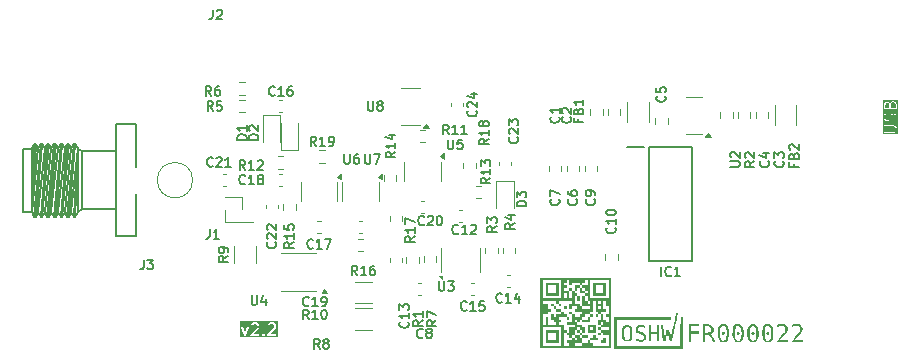
<source format=gbr>
%TF.GenerationSoftware,KiCad,Pcbnew,8.0.6*%
%TF.CreationDate,2024-12-01T10:06:18+07:00*%
%TF.ProjectId,ADC_pHAT_AFE_ADC10080,4144435f-7048-4415-945f-4146455f4144,rev?*%
%TF.SameCoordinates,PX5cbead0PY5705d50*%
%TF.FileFunction,Legend,Top*%
%TF.FilePolarity,Positive*%
%FSLAX46Y46*%
G04 Gerber Fmt 4.6, Leading zero omitted, Abs format (unit mm)*
G04 Created by KiCad (PCBNEW 8.0.6) date 2024-12-01 10:06:18*
%MOMM*%
%LPD*%
G01*
G04 APERTURE LIST*
%ADD10C,0.150000*%
%ADD11C,0.100000*%
%ADD12C,0.000000*%
%ADD13C,0.120000*%
%ADD14C,0.200000*%
G04 APERTURE END LIST*
D10*
G36*
X11987175Y1694070D02*
G01*
X8806235Y1694070D01*
X8806235Y2535887D01*
X8917346Y2535887D01*
X8920910Y2521623D01*
X9159005Y1854956D01*
X9165284Y1841661D01*
X9167810Y1838871D01*
X9169422Y1835468D01*
X9177557Y1828103D01*
X9184923Y1819967D01*
X9188325Y1818356D01*
X9191116Y1815829D01*
X9201453Y1812138D01*
X9211369Y1807440D01*
X9215127Y1807254D01*
X9218675Y1805986D01*
X9229636Y1806532D01*
X9240597Y1805986D01*
X9244144Y1807254D01*
X9247903Y1807440D01*
X9257818Y1812138D01*
X9268156Y1815829D01*
X9270946Y1818356D01*
X9274349Y1819967D01*
X9281717Y1828107D01*
X9289850Y1835469D01*
X9291460Y1838870D01*
X9293988Y1841661D01*
X9300267Y1854956D01*
X9314502Y1894813D01*
X9679887Y1894813D01*
X9679887Y1865549D01*
X9691086Y1838513D01*
X9711778Y1817821D01*
X9738814Y1806622D01*
X9753446Y1805181D01*
X10372493Y1805181D01*
X10387125Y1806622D01*
X10414161Y1817821D01*
X10434853Y1838513D01*
X10446052Y1865549D01*
X10446052Y1894813D01*
X10434853Y1921849D01*
X10414271Y1942431D01*
X10679887Y1942431D01*
X10679887Y1913168D01*
X10687490Y1894813D01*
X10691086Y1886132D01*
X10700413Y1874767D01*
X10748032Y1827148D01*
X10759397Y1817821D01*
X10786433Y1806622D01*
X10786434Y1806622D01*
X10815696Y1806622D01*
X10815697Y1806622D01*
X10842733Y1817821D01*
X10854098Y1827148D01*
X10901717Y1874767D01*
X10911044Y1886132D01*
X10914640Y1894813D01*
X11108458Y1894813D01*
X11108458Y1865549D01*
X11119657Y1838513D01*
X11140349Y1817821D01*
X11167385Y1806622D01*
X11182017Y1805181D01*
X11801064Y1805181D01*
X11815696Y1806622D01*
X11842732Y1817821D01*
X11863424Y1838513D01*
X11874623Y1865549D01*
X11874623Y1894813D01*
X11863424Y1921849D01*
X11842732Y1942541D01*
X11815696Y1953740D01*
X11801064Y1955181D01*
X11363083Y1955181D01*
X11806478Y2398577D01*
X11815806Y2409942D01*
X11816837Y2412433D01*
X11818602Y2414467D01*
X11824596Y2427893D01*
X11872215Y2570749D01*
X11873864Y2578005D01*
X11874623Y2579835D01*
X11874884Y2582489D01*
X11875475Y2585086D01*
X11875334Y2587061D01*
X11876064Y2594467D01*
X11876064Y2689705D01*
X11874623Y2704337D01*
X11873592Y2706826D01*
X11873401Y2709515D01*
X11868146Y2723246D01*
X11820527Y2818484D01*
X11816562Y2824784D01*
X11815805Y2826611D01*
X11814116Y2828668D01*
X11812695Y2830927D01*
X11811196Y2832227D01*
X11806478Y2837976D01*
X11758859Y2885595D01*
X11753109Y2890314D01*
X11751810Y2891812D01*
X11749550Y2893234D01*
X11747494Y2894922D01*
X11745666Y2895680D01*
X11739367Y2899644D01*
X11644129Y2947263D01*
X11630397Y2952518D01*
X11627709Y2952709D01*
X11625220Y2953740D01*
X11610588Y2955181D01*
X11372493Y2955181D01*
X11357861Y2953740D01*
X11355372Y2952710D01*
X11352683Y2952518D01*
X11338952Y2947263D01*
X11243714Y2899644D01*
X11237414Y2895680D01*
X11235587Y2894922D01*
X11233530Y2893234D01*
X11231271Y2891812D01*
X11229971Y2890314D01*
X11224222Y2885595D01*
X11176603Y2837976D01*
X11167276Y2826611D01*
X11156077Y2799574D01*
X11156077Y2770312D01*
X11167276Y2743275D01*
X11187968Y2722583D01*
X11215005Y2711384D01*
X11244267Y2711384D01*
X11271304Y2722583D01*
X11282669Y2731910D01*
X11321682Y2770923D01*
X11390198Y2805181D01*
X11592883Y2805181D01*
X11661399Y2770923D01*
X11691806Y2740516D01*
X11726064Y2672000D01*
X11726064Y2606637D01*
X11687892Y2492124D01*
X11128984Y1933214D01*
X11119657Y1921849D01*
X11108458Y1894813D01*
X10914640Y1894813D01*
X10922243Y1913168D01*
X10922243Y1942431D01*
X10914639Y1960789D01*
X10911045Y1969467D01*
X10901717Y1980833D01*
X10854099Y2028452D01*
X10842733Y2037780D01*
X10842732Y2037781D01*
X10826895Y2044341D01*
X10815697Y2048979D01*
X10815696Y2048979D01*
X10786433Y2048979D01*
X10775235Y2044341D01*
X10759398Y2037781D01*
X10759397Y2037780D01*
X10748031Y2028452D01*
X10700412Y1980832D01*
X10691085Y1969467D01*
X10679887Y1942431D01*
X10414271Y1942431D01*
X10414161Y1942541D01*
X10387125Y1953740D01*
X10372493Y1955181D01*
X9934512Y1955181D01*
X10377907Y2398577D01*
X10387235Y2409942D01*
X10388266Y2412433D01*
X10390031Y2414467D01*
X10396025Y2427893D01*
X10443644Y2570749D01*
X10445293Y2578005D01*
X10446052Y2579835D01*
X10446313Y2582489D01*
X10446904Y2585086D01*
X10446763Y2587061D01*
X10447493Y2594467D01*
X10447493Y2689705D01*
X10446052Y2704337D01*
X10445021Y2706826D01*
X10444830Y2709515D01*
X10439575Y2723246D01*
X10391956Y2818484D01*
X10387991Y2824784D01*
X10387234Y2826611D01*
X10385545Y2828668D01*
X10384124Y2830927D01*
X10382625Y2832227D01*
X10377907Y2837976D01*
X10330288Y2885595D01*
X10324538Y2890314D01*
X10323239Y2891812D01*
X10320979Y2893234D01*
X10318923Y2894922D01*
X10317095Y2895680D01*
X10310796Y2899644D01*
X10215558Y2947263D01*
X10201826Y2952518D01*
X10199138Y2952709D01*
X10196649Y2953740D01*
X10182017Y2955181D01*
X9943922Y2955181D01*
X9929290Y2953740D01*
X9926801Y2952710D01*
X9924112Y2952518D01*
X9910381Y2947263D01*
X9815143Y2899644D01*
X9808843Y2895680D01*
X9807016Y2894922D01*
X9804959Y2893234D01*
X9802700Y2891812D01*
X9801400Y2890314D01*
X9795651Y2885595D01*
X9748032Y2837976D01*
X9738705Y2826611D01*
X9727506Y2799574D01*
X9727506Y2770312D01*
X9738705Y2743275D01*
X9759397Y2722583D01*
X9786434Y2711384D01*
X9815696Y2711384D01*
X9842733Y2722583D01*
X9854098Y2731910D01*
X9893111Y2770923D01*
X9961627Y2805181D01*
X10164312Y2805181D01*
X10232828Y2770923D01*
X10263235Y2740516D01*
X10297493Y2672000D01*
X10297493Y2606637D01*
X10259321Y2492124D01*
X9700413Y1933214D01*
X9691086Y1921849D01*
X9679887Y1894813D01*
X9314502Y1894813D01*
X9538362Y2521623D01*
X9541926Y2535887D01*
X9540472Y2565114D01*
X9527945Y2591560D01*
X9506251Y2611200D01*
X9478692Y2621043D01*
X9449464Y2619589D01*
X9423018Y2607062D01*
X9403379Y2585368D01*
X9397100Y2572073D01*
X9229636Y2103174D01*
X9062172Y2572073D01*
X9055893Y2585368D01*
X9036254Y2607062D01*
X9009808Y2619589D01*
X8980580Y2621043D01*
X8953021Y2611200D01*
X8931327Y2591561D01*
X8918800Y2565115D01*
X8917346Y2535887D01*
X8806235Y2535887D01*
X8806235Y3066292D01*
X11987175Y3066292D01*
X11987175Y1694070D01*
G37*
D11*
G36*
X63723753Y21488983D02*
G01*
X63759897Y21452838D01*
X63798609Y21375415D01*
X63798609Y21103885D01*
X63422419Y21103885D01*
X63422419Y21375415D01*
X63461130Y21452839D01*
X63497275Y21488983D01*
X63574699Y21527694D01*
X63646330Y21527694D01*
X63723753Y21488983D01*
G37*
G36*
X64247561Y21536602D02*
G01*
X64283708Y21500456D01*
X64322419Y21423034D01*
X64322419Y21103885D01*
X63898609Y21103885D01*
X63898609Y21379105D01*
X63939929Y21503067D01*
X63973465Y21536602D01*
X64050889Y21575313D01*
X64170139Y21575313D01*
X64247561Y21536602D01*
G37*
G36*
X64533530Y18892774D02*
G01*
X63211308Y18892774D01*
X63211308Y19644447D01*
X63326225Y19644447D01*
X63326225Y19606179D01*
X63353285Y19579119D01*
X63372419Y19575313D01*
X64170139Y19575313D01*
X64247561Y19536602D01*
X64283708Y19500456D01*
X64322419Y19423034D01*
X64322419Y19256165D01*
X64283708Y19178743D01*
X64247561Y19142597D01*
X64170139Y19103885D01*
X63372419Y19103885D01*
X63353285Y19100079D01*
X63326225Y19073019D01*
X63326225Y19034751D01*
X63353285Y19007691D01*
X63372419Y19003885D01*
X64181942Y19003885D01*
X64184398Y19004374D01*
X64185487Y19004011D01*
X64193214Y19006128D01*
X64201076Y19007691D01*
X64201887Y19008503D01*
X64204303Y19009164D01*
X64299540Y19056782D01*
X64305868Y19061694D01*
X64312535Y19066148D01*
X64360155Y19113767D01*
X64364609Y19120434D01*
X64369521Y19126762D01*
X64417140Y19222000D01*
X64417801Y19224416D01*
X64418613Y19225227D01*
X64420176Y19233089D01*
X64422293Y19240816D01*
X64421930Y19241905D01*
X64422419Y19244361D01*
X64422419Y19434837D01*
X64421930Y19437294D01*
X64422293Y19438382D01*
X64420176Y19446110D01*
X64418613Y19453971D01*
X64417801Y19454783D01*
X64417140Y19457198D01*
X64369521Y19552436D01*
X64364609Y19558765D01*
X64360155Y19565431D01*
X64312535Y19613050D01*
X64305868Y19617505D01*
X64299540Y19622416D01*
X64204303Y19670034D01*
X64201887Y19670696D01*
X64201076Y19671507D01*
X64193214Y19673071D01*
X64185487Y19675187D01*
X64184398Y19674825D01*
X64181942Y19675313D01*
X63372419Y19675313D01*
X63353285Y19671507D01*
X63326225Y19644447D01*
X63211308Y19644447D01*
X63211308Y20482456D01*
X63322419Y20482456D01*
X63322419Y20244361D01*
X63322907Y20241905D01*
X63322545Y20240816D01*
X63324661Y20233089D01*
X63326225Y20225227D01*
X63327036Y20224416D01*
X63327698Y20222000D01*
X63375316Y20126763D01*
X63380231Y20120430D01*
X63384683Y20113768D01*
X63432301Y20066149D01*
X63438967Y20061695D01*
X63445296Y20056783D01*
X63540534Y20009164D01*
X63542949Y20008503D01*
X63543761Y20007691D01*
X63551622Y20006128D01*
X63559350Y20004011D01*
X63560438Y20004374D01*
X63562895Y20003885D01*
X63658133Y20003885D01*
X63660589Y20004374D01*
X63661678Y20004011D01*
X63669405Y20006128D01*
X63677267Y20007691D01*
X63678078Y20008503D01*
X63680494Y20009164D01*
X63775731Y20056782D01*
X63782064Y20061698D01*
X63788726Y20066149D01*
X63836345Y20113767D01*
X63840799Y20120434D01*
X63845711Y20126762D01*
X63893330Y20222000D01*
X63894776Y20227282D01*
X63897116Y20232234D01*
X63943404Y20417386D01*
X63984939Y20500458D01*
X64021084Y20536602D01*
X64098508Y20575313D01*
X64170139Y20575313D01*
X64247561Y20536602D01*
X64283708Y20500456D01*
X64322419Y20423034D01*
X64322419Y20204855D01*
X64277366Y20069696D01*
X64274926Y20050341D01*
X64292040Y20016112D01*
X64328344Y20004011D01*
X64362573Y20021125D01*
X64372234Y20038074D01*
X64419853Y20180930D01*
X64420855Y20188881D01*
X64422419Y20196742D01*
X64422419Y20434837D01*
X64421930Y20437294D01*
X64422293Y20438382D01*
X64420176Y20446110D01*
X64418613Y20453971D01*
X64417801Y20454783D01*
X64417140Y20457198D01*
X64369521Y20552436D01*
X64364609Y20558765D01*
X64360155Y20565431D01*
X64312535Y20613050D01*
X64305868Y20617505D01*
X64299540Y20622416D01*
X64204303Y20670034D01*
X64201887Y20670696D01*
X64201076Y20671507D01*
X64193214Y20673071D01*
X64185487Y20675187D01*
X64184398Y20674825D01*
X64181942Y20675313D01*
X64086704Y20675313D01*
X64084247Y20674825D01*
X64083159Y20675187D01*
X64075431Y20673071D01*
X64067570Y20671507D01*
X64066758Y20670696D01*
X64064343Y20670034D01*
X63969105Y20622415D01*
X63962776Y20617504D01*
X63956110Y20613049D01*
X63908492Y20565430D01*
X63904040Y20558769D01*
X63899125Y20552435D01*
X63851507Y20457198D01*
X63850060Y20451917D01*
X63847721Y20446964D01*
X63801433Y20261814D01*
X63759897Y20178742D01*
X63723753Y20142597D01*
X63646330Y20103885D01*
X63574699Y20103885D01*
X63497275Y20142597D01*
X63461130Y20178741D01*
X63422419Y20256164D01*
X63422419Y20474343D01*
X63467472Y20609501D01*
X63469912Y20628857D01*
X63452798Y20663085D01*
X63416494Y20675187D01*
X63382265Y20658072D01*
X63372604Y20641124D01*
X63324985Y20498267D01*
X63323982Y20490319D01*
X63322419Y20482456D01*
X63211308Y20482456D01*
X63211308Y21387218D01*
X63322419Y21387218D01*
X63322419Y21053885D01*
X63326225Y21034751D01*
X63353285Y21007691D01*
X63372419Y21003885D01*
X64372419Y21003885D01*
X64391553Y21007691D01*
X64418613Y21034751D01*
X64422419Y21053885D01*
X64422419Y21434837D01*
X64421930Y21437294D01*
X64422293Y21438382D01*
X64420176Y21446110D01*
X64418613Y21453971D01*
X64417801Y21454783D01*
X64417140Y21457198D01*
X64369521Y21552436D01*
X64364609Y21558765D01*
X64360155Y21565431D01*
X64312535Y21613050D01*
X64305868Y21617505D01*
X64299540Y21622416D01*
X64204303Y21670034D01*
X64201887Y21670696D01*
X64201076Y21671507D01*
X64193214Y21673071D01*
X64185487Y21675187D01*
X64184398Y21674825D01*
X64181942Y21675313D01*
X64039085Y21675313D01*
X64036628Y21674825D01*
X64035540Y21675187D01*
X64027812Y21673071D01*
X64019951Y21671507D01*
X64019139Y21670696D01*
X64016724Y21670034D01*
X63921486Y21622415D01*
X63915157Y21617504D01*
X63908491Y21613049D01*
X63860873Y21565430D01*
X63859481Y21563348D01*
X63858455Y21562834D01*
X63854487Y21555874D01*
X63850034Y21549209D01*
X63850034Y21548062D01*
X63848794Y21545886D01*
X63838407Y21514726D01*
X63836345Y21517812D01*
X63788726Y21565430D01*
X63782064Y21569882D01*
X63775731Y21574797D01*
X63680494Y21622415D01*
X63678078Y21623077D01*
X63677267Y21623888D01*
X63669405Y21625452D01*
X63661678Y21627568D01*
X63660589Y21627206D01*
X63658133Y21627694D01*
X63562895Y21627694D01*
X63560438Y21627206D01*
X63559350Y21627568D01*
X63551622Y21625452D01*
X63543761Y21623888D01*
X63542949Y21623077D01*
X63540534Y21622415D01*
X63445296Y21574796D01*
X63438967Y21569885D01*
X63432301Y21565430D01*
X63384683Y21517811D01*
X63380231Y21511150D01*
X63375316Y21504816D01*
X63327698Y21409579D01*
X63327036Y21407164D01*
X63326225Y21406352D01*
X63324661Y21398491D01*
X63322545Y21390763D01*
X63322907Y21389675D01*
X63322419Y21387218D01*
X63211308Y21387218D01*
X63211308Y21786424D01*
X64533530Y21786424D01*
X64533530Y18892774D01*
G37*
D10*
X50312295Y16140477D02*
X50959914Y16140477D01*
X50959914Y16140477D02*
X51036104Y16178572D01*
X51036104Y16178572D02*
X51074200Y16216667D01*
X51074200Y16216667D02*
X51112295Y16292858D01*
X51112295Y16292858D02*
X51112295Y16445239D01*
X51112295Y16445239D02*
X51074200Y16521429D01*
X51074200Y16521429D02*
X51036104Y16559524D01*
X51036104Y16559524D02*
X50959914Y16597620D01*
X50959914Y16597620D02*
X50312295Y16597620D01*
X50388485Y16940476D02*
X50350390Y16978572D01*
X50350390Y16978572D02*
X50312295Y17054762D01*
X50312295Y17054762D02*
X50312295Y17245238D01*
X50312295Y17245238D02*
X50350390Y17321429D01*
X50350390Y17321429D02*
X50388485Y17359524D01*
X50388485Y17359524D02*
X50464676Y17397619D01*
X50464676Y17397619D02*
X50540866Y17397619D01*
X50540866Y17397619D02*
X50655152Y17359524D01*
X50655152Y17359524D02*
X51112295Y16902381D01*
X51112295Y16902381D02*
X51112295Y17397619D01*
X52362295Y16597620D02*
X51981342Y16330953D01*
X52362295Y16140477D02*
X51562295Y16140477D01*
X51562295Y16140477D02*
X51562295Y16445239D01*
X51562295Y16445239D02*
X51600390Y16521429D01*
X51600390Y16521429D02*
X51638485Y16559524D01*
X51638485Y16559524D02*
X51714676Y16597620D01*
X51714676Y16597620D02*
X51828961Y16597620D01*
X51828961Y16597620D02*
X51905152Y16559524D01*
X51905152Y16559524D02*
X51943247Y16521429D01*
X51943247Y16521429D02*
X51981342Y16445239D01*
X51981342Y16445239D02*
X51981342Y16140477D01*
X51638485Y16902381D02*
X51600390Y16940477D01*
X51600390Y16940477D02*
X51562295Y17016667D01*
X51562295Y17016667D02*
X51562295Y17207143D01*
X51562295Y17207143D02*
X51600390Y17283334D01*
X51600390Y17283334D02*
X51638485Y17321429D01*
X51638485Y17321429D02*
X51714676Y17359524D01*
X51714676Y17359524D02*
X51790866Y17359524D01*
X51790866Y17359524D02*
X51905152Y17321429D01*
X51905152Y17321429D02*
X52362295Y16864286D01*
X52362295Y16864286D02*
X52362295Y17359524D01*
X27985714Y4033896D02*
X27947618Y3995800D01*
X27947618Y3995800D02*
X27833333Y3957705D01*
X27833333Y3957705D02*
X27757142Y3957705D01*
X27757142Y3957705D02*
X27642856Y3995800D01*
X27642856Y3995800D02*
X27566666Y4071991D01*
X27566666Y4071991D02*
X27528571Y4148181D01*
X27528571Y4148181D02*
X27490475Y4300562D01*
X27490475Y4300562D02*
X27490475Y4414848D01*
X27490475Y4414848D02*
X27528571Y4567229D01*
X27528571Y4567229D02*
X27566666Y4643420D01*
X27566666Y4643420D02*
X27642856Y4719610D01*
X27642856Y4719610D02*
X27757142Y4757705D01*
X27757142Y4757705D02*
X27833333Y4757705D01*
X27833333Y4757705D02*
X27947618Y4719610D01*
X27947618Y4719610D02*
X27985714Y4681515D01*
X28747618Y3957705D02*
X28290475Y3957705D01*
X28519047Y3957705D02*
X28519047Y4757705D01*
X28519047Y4757705D02*
X28442856Y4643420D01*
X28442856Y4643420D02*
X28366666Y4567229D01*
X28366666Y4567229D02*
X28290475Y4529134D01*
X29471428Y4757705D02*
X29090476Y4757705D01*
X29090476Y4757705D02*
X29052380Y4376753D01*
X29052380Y4376753D02*
X29090476Y4414848D01*
X29090476Y4414848D02*
X29166666Y4452943D01*
X29166666Y4452943D02*
X29357142Y4452943D01*
X29357142Y4452943D02*
X29433333Y4414848D01*
X29433333Y4414848D02*
X29471428Y4376753D01*
X29471428Y4376753D02*
X29509523Y4300562D01*
X29509523Y4300562D02*
X29509523Y4110086D01*
X29509523Y4110086D02*
X29471428Y4033896D01*
X29471428Y4033896D02*
X29433333Y3995800D01*
X29433333Y3995800D02*
X29357142Y3957705D01*
X29357142Y3957705D02*
X29166666Y3957705D01*
X29166666Y3957705D02*
X29090476Y3995800D01*
X29090476Y3995800D02*
X29052380Y4033896D01*
X33042295Y12809525D02*
X32242295Y12809525D01*
X32242295Y12809525D02*
X32242295Y13000001D01*
X32242295Y13000001D02*
X32280390Y13114287D01*
X32280390Y13114287D02*
X32356580Y13190477D01*
X32356580Y13190477D02*
X32432771Y13228572D01*
X32432771Y13228572D02*
X32585152Y13266668D01*
X32585152Y13266668D02*
X32699438Y13266668D01*
X32699438Y13266668D02*
X32851819Y13228572D01*
X32851819Y13228572D02*
X32928009Y13190477D01*
X32928009Y13190477D02*
X33004200Y13114287D01*
X33004200Y13114287D02*
X33042295Y13000001D01*
X33042295Y13000001D02*
X33042295Y12809525D01*
X32242295Y13533334D02*
X32242295Y14028572D01*
X32242295Y14028572D02*
X32547057Y13761906D01*
X32547057Y13761906D02*
X32547057Y13876191D01*
X32547057Y13876191D02*
X32585152Y13952382D01*
X32585152Y13952382D02*
X32623247Y13990477D01*
X32623247Y13990477D02*
X32699438Y14028572D01*
X32699438Y14028572D02*
X32889914Y14028572D01*
X32889914Y14028572D02*
X32966104Y13990477D01*
X32966104Y13990477D02*
X33004200Y13952382D01*
X33004200Y13952382D02*
X33042295Y13876191D01*
X33042295Y13876191D02*
X33042295Y13647620D01*
X33042295Y13647620D02*
X33004200Y13571429D01*
X33004200Y13571429D02*
X32966104Y13533334D01*
X23036104Y2985715D02*
X23074200Y2947619D01*
X23074200Y2947619D02*
X23112295Y2833334D01*
X23112295Y2833334D02*
X23112295Y2757143D01*
X23112295Y2757143D02*
X23074200Y2642857D01*
X23074200Y2642857D02*
X22998009Y2566667D01*
X22998009Y2566667D02*
X22921819Y2528572D01*
X22921819Y2528572D02*
X22769438Y2490476D01*
X22769438Y2490476D02*
X22655152Y2490476D01*
X22655152Y2490476D02*
X22502771Y2528572D01*
X22502771Y2528572D02*
X22426580Y2566667D01*
X22426580Y2566667D02*
X22350390Y2642857D01*
X22350390Y2642857D02*
X22312295Y2757143D01*
X22312295Y2757143D02*
X22312295Y2833334D01*
X22312295Y2833334D02*
X22350390Y2947619D01*
X22350390Y2947619D02*
X22388485Y2985715D01*
X23112295Y3747619D02*
X23112295Y3290476D01*
X23112295Y3519048D02*
X22312295Y3519048D01*
X22312295Y3519048D02*
X22426580Y3442857D01*
X22426580Y3442857D02*
X22502771Y3366667D01*
X22502771Y3366667D02*
X22540866Y3290476D01*
X22312295Y4014286D02*
X22312295Y4509524D01*
X22312295Y4509524D02*
X22617057Y4242858D01*
X22617057Y4242858D02*
X22617057Y4357143D01*
X22617057Y4357143D02*
X22655152Y4433334D01*
X22655152Y4433334D02*
X22693247Y4471429D01*
X22693247Y4471429D02*
X22769438Y4509524D01*
X22769438Y4509524D02*
X22959914Y4509524D01*
X22959914Y4509524D02*
X23036104Y4471429D01*
X23036104Y4471429D02*
X23074200Y4433334D01*
X23074200Y4433334D02*
X23112295Y4357143D01*
X23112295Y4357143D02*
X23112295Y4128572D01*
X23112295Y4128572D02*
X23074200Y4052381D01*
X23074200Y4052381D02*
X23036104Y4014286D01*
X26485714Y18887705D02*
X26219047Y19268658D01*
X26028571Y18887705D02*
X26028571Y19687705D01*
X26028571Y19687705D02*
X26333333Y19687705D01*
X26333333Y19687705D02*
X26409523Y19649610D01*
X26409523Y19649610D02*
X26447618Y19611515D01*
X26447618Y19611515D02*
X26485714Y19535324D01*
X26485714Y19535324D02*
X26485714Y19421039D01*
X26485714Y19421039D02*
X26447618Y19344848D01*
X26447618Y19344848D02*
X26409523Y19306753D01*
X26409523Y19306753D02*
X26333333Y19268658D01*
X26333333Y19268658D02*
X26028571Y19268658D01*
X27247618Y18887705D02*
X26790475Y18887705D01*
X27019047Y18887705D02*
X27019047Y19687705D01*
X27019047Y19687705D02*
X26942856Y19573420D01*
X26942856Y19573420D02*
X26866666Y19497229D01*
X26866666Y19497229D02*
X26790475Y19459134D01*
X28009523Y18887705D02*
X27552380Y18887705D01*
X27780952Y18887705D02*
X27780952Y19687705D01*
X27780952Y19687705D02*
X27704761Y19573420D01*
X27704761Y19573420D02*
X27628571Y19497229D01*
X27628571Y19497229D02*
X27552380Y19459134D01*
X38786104Y13366668D02*
X38824200Y13328572D01*
X38824200Y13328572D02*
X38862295Y13214287D01*
X38862295Y13214287D02*
X38862295Y13138096D01*
X38862295Y13138096D02*
X38824200Y13023810D01*
X38824200Y13023810D02*
X38748009Y12947620D01*
X38748009Y12947620D02*
X38671819Y12909525D01*
X38671819Y12909525D02*
X38519438Y12871429D01*
X38519438Y12871429D02*
X38405152Y12871429D01*
X38405152Y12871429D02*
X38252771Y12909525D01*
X38252771Y12909525D02*
X38176580Y12947620D01*
X38176580Y12947620D02*
X38100390Y13023810D01*
X38100390Y13023810D02*
X38062295Y13138096D01*
X38062295Y13138096D02*
X38062295Y13214287D01*
X38062295Y13214287D02*
X38100390Y13328572D01*
X38100390Y13328572D02*
X38138485Y13366668D01*
X38862295Y13747620D02*
X38862295Y13900001D01*
X38862295Y13900001D02*
X38824200Y13976191D01*
X38824200Y13976191D02*
X38786104Y14014287D01*
X38786104Y14014287D02*
X38671819Y14090477D01*
X38671819Y14090477D02*
X38519438Y14128572D01*
X38519438Y14128572D02*
X38214676Y14128572D01*
X38214676Y14128572D02*
X38138485Y14090477D01*
X38138485Y14090477D02*
X38100390Y14052382D01*
X38100390Y14052382D02*
X38062295Y13976191D01*
X38062295Y13976191D02*
X38062295Y13823810D01*
X38062295Y13823810D02*
X38100390Y13747620D01*
X38100390Y13747620D02*
X38138485Y13709525D01*
X38138485Y13709525D02*
X38214676Y13671429D01*
X38214676Y13671429D02*
X38405152Y13671429D01*
X38405152Y13671429D02*
X38481342Y13709525D01*
X38481342Y13709525D02*
X38519438Y13747620D01*
X38519438Y13747620D02*
X38557533Y13823810D01*
X38557533Y13823810D02*
X38557533Y13976191D01*
X38557533Y13976191D02*
X38519438Y14052382D01*
X38519438Y14052382D02*
X38481342Y14090477D01*
X38481342Y14090477D02*
X38405152Y14128572D01*
X21962295Y17385715D02*
X21581342Y17119048D01*
X21962295Y16928572D02*
X21162295Y16928572D01*
X21162295Y16928572D02*
X21162295Y17233334D01*
X21162295Y17233334D02*
X21200390Y17309524D01*
X21200390Y17309524D02*
X21238485Y17347619D01*
X21238485Y17347619D02*
X21314676Y17385715D01*
X21314676Y17385715D02*
X21428961Y17385715D01*
X21428961Y17385715D02*
X21505152Y17347619D01*
X21505152Y17347619D02*
X21543247Y17309524D01*
X21543247Y17309524D02*
X21581342Y17233334D01*
X21581342Y17233334D02*
X21581342Y16928572D01*
X21962295Y18147619D02*
X21962295Y17690476D01*
X21962295Y17919048D02*
X21162295Y17919048D01*
X21162295Y17919048D02*
X21276580Y17842857D01*
X21276580Y17842857D02*
X21352771Y17766667D01*
X21352771Y17766667D02*
X21390866Y17690476D01*
X21428961Y18833334D02*
X21962295Y18833334D01*
X21124200Y18642858D02*
X21695628Y18452381D01*
X21695628Y18452381D02*
X21695628Y18947620D01*
X30552295Y11091668D02*
X30171342Y10825001D01*
X30552295Y10634525D02*
X29752295Y10634525D01*
X29752295Y10634525D02*
X29752295Y10939287D01*
X29752295Y10939287D02*
X29790390Y11015477D01*
X29790390Y11015477D02*
X29828485Y11053572D01*
X29828485Y11053572D02*
X29904676Y11091668D01*
X29904676Y11091668D02*
X30018961Y11091668D01*
X30018961Y11091668D02*
X30095152Y11053572D01*
X30095152Y11053572D02*
X30133247Y11015477D01*
X30133247Y11015477D02*
X30171342Y10939287D01*
X30171342Y10939287D02*
X30171342Y10634525D01*
X29752295Y11358334D02*
X29752295Y11853572D01*
X29752295Y11853572D02*
X30057057Y11586906D01*
X30057057Y11586906D02*
X30057057Y11701191D01*
X30057057Y11701191D02*
X30095152Y11777382D01*
X30095152Y11777382D02*
X30133247Y11815477D01*
X30133247Y11815477D02*
X30209438Y11853572D01*
X30209438Y11853572D02*
X30399914Y11853572D01*
X30399914Y11853572D02*
X30476104Y11815477D01*
X30476104Y11815477D02*
X30514200Y11777382D01*
X30514200Y11777382D02*
X30552295Y11701191D01*
X30552295Y11701191D02*
X30552295Y11472620D01*
X30552295Y11472620D02*
X30514200Y11396429D01*
X30514200Y11396429D02*
X30476104Y11358334D01*
X10362295Y18409525D02*
X9562295Y18409525D01*
X9562295Y18409525D02*
X9562295Y18600001D01*
X9562295Y18600001D02*
X9600390Y18714287D01*
X9600390Y18714287D02*
X9676580Y18790477D01*
X9676580Y18790477D02*
X9752771Y18828572D01*
X9752771Y18828572D02*
X9905152Y18866668D01*
X9905152Y18866668D02*
X10019438Y18866668D01*
X10019438Y18866668D02*
X10171819Y18828572D01*
X10171819Y18828572D02*
X10248009Y18790477D01*
X10248009Y18790477D02*
X10324200Y18714287D01*
X10324200Y18714287D02*
X10362295Y18600001D01*
X10362295Y18600001D02*
X10362295Y18409525D01*
X9638485Y19171429D02*
X9600390Y19209525D01*
X9600390Y19209525D02*
X9562295Y19285715D01*
X9562295Y19285715D02*
X9562295Y19476191D01*
X9562295Y19476191D02*
X9600390Y19552382D01*
X9600390Y19552382D02*
X9638485Y19590477D01*
X9638485Y19590477D02*
X9714676Y19628572D01*
X9714676Y19628572D02*
X9790866Y19628572D01*
X9790866Y19628572D02*
X9905152Y19590477D01*
X9905152Y19590477D02*
X10362295Y19133334D01*
X10362295Y19133334D02*
X10362295Y19628572D01*
X6516667Y20887705D02*
X6250000Y21268658D01*
X6059524Y20887705D02*
X6059524Y21687705D01*
X6059524Y21687705D02*
X6364286Y21687705D01*
X6364286Y21687705D02*
X6440476Y21649610D01*
X6440476Y21649610D02*
X6478571Y21611515D01*
X6478571Y21611515D02*
X6516667Y21535324D01*
X6516667Y21535324D02*
X6516667Y21421039D01*
X6516667Y21421039D02*
X6478571Y21344848D01*
X6478571Y21344848D02*
X6440476Y21306753D01*
X6440476Y21306753D02*
X6364286Y21268658D01*
X6364286Y21268658D02*
X6059524Y21268658D01*
X7240476Y21687705D02*
X6859524Y21687705D01*
X6859524Y21687705D02*
X6821428Y21306753D01*
X6821428Y21306753D02*
X6859524Y21344848D01*
X6859524Y21344848D02*
X6935714Y21382943D01*
X6935714Y21382943D02*
X7126190Y21382943D01*
X7126190Y21382943D02*
X7202381Y21344848D01*
X7202381Y21344848D02*
X7240476Y21306753D01*
X7240476Y21306753D02*
X7278571Y21230562D01*
X7278571Y21230562D02*
X7278571Y21040086D01*
X7278571Y21040086D02*
X7240476Y20963896D01*
X7240476Y20963896D02*
X7202381Y20925800D01*
X7202381Y20925800D02*
X7126190Y20887705D01*
X7126190Y20887705D02*
X6935714Y20887705D01*
X6935714Y20887705D02*
X6859524Y20925800D01*
X6859524Y20925800D02*
X6821428Y20963896D01*
X19640476Y21687705D02*
X19640476Y21040086D01*
X19640476Y21040086D02*
X19678571Y20963896D01*
X19678571Y20963896D02*
X19716666Y20925800D01*
X19716666Y20925800D02*
X19792857Y20887705D01*
X19792857Y20887705D02*
X19945238Y20887705D01*
X19945238Y20887705D02*
X20021428Y20925800D01*
X20021428Y20925800D02*
X20059523Y20963896D01*
X20059523Y20963896D02*
X20097619Y21040086D01*
X20097619Y21040086D02*
X20097619Y21687705D01*
X20592856Y21344848D02*
X20516666Y21382943D01*
X20516666Y21382943D02*
X20478571Y21421039D01*
X20478571Y21421039D02*
X20440475Y21497229D01*
X20440475Y21497229D02*
X20440475Y21535324D01*
X20440475Y21535324D02*
X20478571Y21611515D01*
X20478571Y21611515D02*
X20516666Y21649610D01*
X20516666Y21649610D02*
X20592856Y21687705D01*
X20592856Y21687705D02*
X20745237Y21687705D01*
X20745237Y21687705D02*
X20821428Y21649610D01*
X20821428Y21649610D02*
X20859523Y21611515D01*
X20859523Y21611515D02*
X20897618Y21535324D01*
X20897618Y21535324D02*
X20897618Y21497229D01*
X20897618Y21497229D02*
X20859523Y21421039D01*
X20859523Y21421039D02*
X20821428Y21382943D01*
X20821428Y21382943D02*
X20745237Y21344848D01*
X20745237Y21344848D02*
X20592856Y21344848D01*
X20592856Y21344848D02*
X20516666Y21306753D01*
X20516666Y21306753D02*
X20478571Y21268658D01*
X20478571Y21268658D02*
X20440475Y21192467D01*
X20440475Y21192467D02*
X20440475Y21040086D01*
X20440475Y21040086D02*
X20478571Y20963896D01*
X20478571Y20963896D02*
X20516666Y20925800D01*
X20516666Y20925800D02*
X20592856Y20887705D01*
X20592856Y20887705D02*
X20745237Y20887705D01*
X20745237Y20887705D02*
X20821428Y20925800D01*
X20821428Y20925800D02*
X20859523Y20963896D01*
X20859523Y20963896D02*
X20897618Y21040086D01*
X20897618Y21040086D02*
X20897618Y21192467D01*
X20897618Y21192467D02*
X20859523Y21268658D01*
X20859523Y21268658D02*
X20821428Y21306753D01*
X20821428Y21306753D02*
X20745237Y21344848D01*
X9362295Y18409525D02*
X8562295Y18409525D01*
X8562295Y18409525D02*
X8562295Y18600001D01*
X8562295Y18600001D02*
X8600390Y18714287D01*
X8600390Y18714287D02*
X8676580Y18790477D01*
X8676580Y18790477D02*
X8752771Y18828572D01*
X8752771Y18828572D02*
X8905152Y18866668D01*
X8905152Y18866668D02*
X9019438Y18866668D01*
X9019438Y18866668D02*
X9171819Y18828572D01*
X9171819Y18828572D02*
X9248009Y18790477D01*
X9248009Y18790477D02*
X9324200Y18714287D01*
X9324200Y18714287D02*
X9362295Y18600001D01*
X9362295Y18600001D02*
X9362295Y18409525D01*
X9362295Y19628572D02*
X9362295Y19171429D01*
X9362295Y19400001D02*
X8562295Y19400001D01*
X8562295Y19400001D02*
X8676580Y19323810D01*
X8676580Y19323810D02*
X8752771Y19247620D01*
X8752771Y19247620D02*
X8790866Y19171429D01*
X25640476Y6437705D02*
X25640476Y5790086D01*
X25640476Y5790086D02*
X25678571Y5713896D01*
X25678571Y5713896D02*
X25716666Y5675800D01*
X25716666Y5675800D02*
X25792857Y5637705D01*
X25792857Y5637705D02*
X25945238Y5637705D01*
X25945238Y5637705D02*
X26021428Y5675800D01*
X26021428Y5675800D02*
X26059523Y5713896D01*
X26059523Y5713896D02*
X26097619Y5790086D01*
X26097619Y5790086D02*
X26097619Y6437705D01*
X26402380Y6437705D02*
X26897618Y6437705D01*
X26897618Y6437705D02*
X26630952Y6132943D01*
X26630952Y6132943D02*
X26745237Y6132943D01*
X26745237Y6132943D02*
X26821428Y6094848D01*
X26821428Y6094848D02*
X26859523Y6056753D01*
X26859523Y6056753D02*
X26897618Y5980562D01*
X26897618Y5980562D02*
X26897618Y5790086D01*
X26897618Y5790086D02*
X26859523Y5713896D01*
X26859523Y5713896D02*
X26821428Y5675800D01*
X26821428Y5675800D02*
X26745237Y5637705D01*
X26745237Y5637705D02*
X26516666Y5637705D01*
X26516666Y5637705D02*
X26440475Y5675800D01*
X26440475Y5675800D02*
X26402380Y5713896D01*
X15235714Y17887705D02*
X14969047Y18268658D01*
X14778571Y17887705D02*
X14778571Y18687705D01*
X14778571Y18687705D02*
X15083333Y18687705D01*
X15083333Y18687705D02*
X15159523Y18649610D01*
X15159523Y18649610D02*
X15197618Y18611515D01*
X15197618Y18611515D02*
X15235714Y18535324D01*
X15235714Y18535324D02*
X15235714Y18421039D01*
X15235714Y18421039D02*
X15197618Y18344848D01*
X15197618Y18344848D02*
X15159523Y18306753D01*
X15159523Y18306753D02*
X15083333Y18268658D01*
X15083333Y18268658D02*
X14778571Y18268658D01*
X15997618Y17887705D02*
X15540475Y17887705D01*
X15769047Y17887705D02*
X15769047Y18687705D01*
X15769047Y18687705D02*
X15692856Y18573420D01*
X15692856Y18573420D02*
X15616666Y18497229D01*
X15616666Y18497229D02*
X15540475Y18459134D01*
X16378571Y17887705D02*
X16530952Y17887705D01*
X16530952Y17887705D02*
X16607142Y17925800D01*
X16607142Y17925800D02*
X16645238Y17963896D01*
X16645238Y17963896D02*
X16721428Y18078181D01*
X16721428Y18078181D02*
X16759523Y18230562D01*
X16759523Y18230562D02*
X16759523Y18535324D01*
X16759523Y18535324D02*
X16721428Y18611515D01*
X16721428Y18611515D02*
X16683333Y18649610D01*
X16683333Y18649610D02*
X16607142Y18687705D01*
X16607142Y18687705D02*
X16454761Y18687705D01*
X16454761Y18687705D02*
X16378571Y18649610D01*
X16378571Y18649610D02*
X16340476Y18611515D01*
X16340476Y18611515D02*
X16302380Y18535324D01*
X16302380Y18535324D02*
X16302380Y18344848D01*
X16302380Y18344848D02*
X16340476Y18268658D01*
X16340476Y18268658D02*
X16378571Y18230562D01*
X16378571Y18230562D02*
X16454761Y18192467D01*
X16454761Y18192467D02*
X16607142Y18192467D01*
X16607142Y18192467D02*
X16683333Y18230562D01*
X16683333Y18230562D02*
X16721428Y18268658D01*
X16721428Y18268658D02*
X16759523Y18344848D01*
X667731Y8255705D02*
X667731Y7684277D01*
X667731Y7684277D02*
X629636Y7569991D01*
X629636Y7569991D02*
X553445Y7493800D01*
X553445Y7493800D02*
X439160Y7455705D01*
X439160Y7455705D02*
X362969Y7455705D01*
X972493Y8255705D02*
X1467731Y8255705D01*
X1467731Y8255705D02*
X1201065Y7950943D01*
X1201065Y7950943D02*
X1315350Y7950943D01*
X1315350Y7950943D02*
X1391541Y7912848D01*
X1391541Y7912848D02*
X1429636Y7874753D01*
X1429636Y7874753D02*
X1467731Y7798562D01*
X1467731Y7798562D02*
X1467731Y7608086D01*
X1467731Y7608086D02*
X1429636Y7531896D01*
X1429636Y7531896D02*
X1391541Y7493800D01*
X1391541Y7493800D02*
X1315350Y7455705D01*
X1315350Y7455705D02*
X1086779Y7455705D01*
X1086779Y7455705D02*
X1010588Y7493800D01*
X1010588Y7493800D02*
X972493Y7531896D01*
X55693247Y16407143D02*
X55693247Y16140477D01*
X56112295Y16140477D02*
X55312295Y16140477D01*
X55312295Y16140477D02*
X55312295Y16521429D01*
X55693247Y17092857D02*
X55731342Y17207143D01*
X55731342Y17207143D02*
X55769438Y17245238D01*
X55769438Y17245238D02*
X55845628Y17283334D01*
X55845628Y17283334D02*
X55959914Y17283334D01*
X55959914Y17283334D02*
X56036104Y17245238D01*
X56036104Y17245238D02*
X56074200Y17207143D01*
X56074200Y17207143D02*
X56112295Y17130953D01*
X56112295Y17130953D02*
X56112295Y16826191D01*
X56112295Y16826191D02*
X55312295Y16826191D01*
X55312295Y16826191D02*
X55312295Y17092857D01*
X55312295Y17092857D02*
X55350390Y17169048D01*
X55350390Y17169048D02*
X55388485Y17207143D01*
X55388485Y17207143D02*
X55464676Y17245238D01*
X55464676Y17245238D02*
X55540866Y17245238D01*
X55540866Y17245238D02*
X55617057Y17207143D01*
X55617057Y17207143D02*
X55655152Y17169048D01*
X55655152Y17169048D02*
X55693247Y17092857D01*
X55693247Y17092857D02*
X55693247Y16826191D01*
X55388485Y17588095D02*
X55350390Y17626191D01*
X55350390Y17626191D02*
X55312295Y17702381D01*
X55312295Y17702381D02*
X55312295Y17892857D01*
X55312295Y17892857D02*
X55350390Y17969048D01*
X55350390Y17969048D02*
X55388485Y18007143D01*
X55388485Y18007143D02*
X55464676Y18045238D01*
X55464676Y18045238D02*
X55540866Y18045238D01*
X55540866Y18045238D02*
X55655152Y18007143D01*
X55655152Y18007143D02*
X56112295Y17550000D01*
X56112295Y17550000D02*
X56112295Y18045238D01*
X9790476Y5237705D02*
X9790476Y4590086D01*
X9790476Y4590086D02*
X9828571Y4513896D01*
X9828571Y4513896D02*
X9866666Y4475800D01*
X9866666Y4475800D02*
X9942857Y4437705D01*
X9942857Y4437705D02*
X10095238Y4437705D01*
X10095238Y4437705D02*
X10171428Y4475800D01*
X10171428Y4475800D02*
X10209523Y4513896D01*
X10209523Y4513896D02*
X10247619Y4590086D01*
X10247619Y4590086D02*
X10247619Y5237705D01*
X10971428Y4971039D02*
X10971428Y4437705D01*
X10780952Y5275800D02*
X10590475Y4704372D01*
X10590475Y4704372D02*
X11085714Y4704372D01*
X9235714Y14713896D02*
X9197618Y14675800D01*
X9197618Y14675800D02*
X9083333Y14637705D01*
X9083333Y14637705D02*
X9007142Y14637705D01*
X9007142Y14637705D02*
X8892856Y14675800D01*
X8892856Y14675800D02*
X8816666Y14751991D01*
X8816666Y14751991D02*
X8778571Y14828181D01*
X8778571Y14828181D02*
X8740475Y14980562D01*
X8740475Y14980562D02*
X8740475Y15094848D01*
X8740475Y15094848D02*
X8778571Y15247229D01*
X8778571Y15247229D02*
X8816666Y15323420D01*
X8816666Y15323420D02*
X8892856Y15399610D01*
X8892856Y15399610D02*
X9007142Y15437705D01*
X9007142Y15437705D02*
X9083333Y15437705D01*
X9083333Y15437705D02*
X9197618Y15399610D01*
X9197618Y15399610D02*
X9235714Y15361515D01*
X9997618Y14637705D02*
X9540475Y14637705D01*
X9769047Y14637705D02*
X9769047Y15437705D01*
X9769047Y15437705D02*
X9692856Y15323420D01*
X9692856Y15323420D02*
X9616666Y15247229D01*
X9616666Y15247229D02*
X9540475Y15209134D01*
X10454761Y15094848D02*
X10378571Y15132943D01*
X10378571Y15132943D02*
X10340476Y15171039D01*
X10340476Y15171039D02*
X10302380Y15247229D01*
X10302380Y15247229D02*
X10302380Y15285324D01*
X10302380Y15285324D02*
X10340476Y15361515D01*
X10340476Y15361515D02*
X10378571Y15399610D01*
X10378571Y15399610D02*
X10454761Y15437705D01*
X10454761Y15437705D02*
X10607142Y15437705D01*
X10607142Y15437705D02*
X10683333Y15399610D01*
X10683333Y15399610D02*
X10721428Y15361515D01*
X10721428Y15361515D02*
X10759523Y15285324D01*
X10759523Y15285324D02*
X10759523Y15247229D01*
X10759523Y15247229D02*
X10721428Y15171039D01*
X10721428Y15171039D02*
X10683333Y15132943D01*
X10683333Y15132943D02*
X10607142Y15094848D01*
X10607142Y15094848D02*
X10454761Y15094848D01*
X10454761Y15094848D02*
X10378571Y15056753D01*
X10378571Y15056753D02*
X10340476Y15018658D01*
X10340476Y15018658D02*
X10302380Y14942467D01*
X10302380Y14942467D02*
X10302380Y14790086D01*
X10302380Y14790086D02*
X10340476Y14713896D01*
X10340476Y14713896D02*
X10378571Y14675800D01*
X10378571Y14675800D02*
X10454761Y14637705D01*
X10454761Y14637705D02*
X10607142Y14637705D01*
X10607142Y14637705D02*
X10683333Y14675800D01*
X10683333Y14675800D02*
X10721428Y14713896D01*
X10721428Y14713896D02*
X10759523Y14790086D01*
X10759523Y14790086D02*
X10759523Y14942467D01*
X10759523Y14942467D02*
X10721428Y15018658D01*
X10721428Y15018658D02*
X10683333Y15056753D01*
X10683333Y15056753D02*
X10607142Y15094848D01*
X30012295Y15185715D02*
X29631342Y14919048D01*
X30012295Y14728572D02*
X29212295Y14728572D01*
X29212295Y14728572D02*
X29212295Y15033334D01*
X29212295Y15033334D02*
X29250390Y15109524D01*
X29250390Y15109524D02*
X29288485Y15147619D01*
X29288485Y15147619D02*
X29364676Y15185715D01*
X29364676Y15185715D02*
X29478961Y15185715D01*
X29478961Y15185715D02*
X29555152Y15147619D01*
X29555152Y15147619D02*
X29593247Y15109524D01*
X29593247Y15109524D02*
X29631342Y15033334D01*
X29631342Y15033334D02*
X29631342Y14728572D01*
X30012295Y15947619D02*
X30012295Y15490476D01*
X30012295Y15719048D02*
X29212295Y15719048D01*
X29212295Y15719048D02*
X29326580Y15642857D01*
X29326580Y15642857D02*
X29402771Y15566667D01*
X29402771Y15566667D02*
X29440866Y15490476D01*
X29212295Y16214286D02*
X29212295Y16709524D01*
X29212295Y16709524D02*
X29517057Y16442858D01*
X29517057Y16442858D02*
X29517057Y16557143D01*
X29517057Y16557143D02*
X29555152Y16633334D01*
X29555152Y16633334D02*
X29593247Y16671429D01*
X29593247Y16671429D02*
X29669438Y16709524D01*
X29669438Y16709524D02*
X29859914Y16709524D01*
X29859914Y16709524D02*
X29936104Y16671429D01*
X29936104Y16671429D02*
X29974200Y16633334D01*
X29974200Y16633334D02*
X30012295Y16557143D01*
X30012295Y16557143D02*
X30012295Y16328572D01*
X30012295Y16328572D02*
X29974200Y16252381D01*
X29974200Y16252381D02*
X29936104Y16214286D01*
X54786104Y16597620D02*
X54824200Y16559524D01*
X54824200Y16559524D02*
X54862295Y16445239D01*
X54862295Y16445239D02*
X54862295Y16369048D01*
X54862295Y16369048D02*
X54824200Y16254762D01*
X54824200Y16254762D02*
X54748009Y16178572D01*
X54748009Y16178572D02*
X54671819Y16140477D01*
X54671819Y16140477D02*
X54519438Y16102381D01*
X54519438Y16102381D02*
X54405152Y16102381D01*
X54405152Y16102381D02*
X54252771Y16140477D01*
X54252771Y16140477D02*
X54176580Y16178572D01*
X54176580Y16178572D02*
X54100390Y16254762D01*
X54100390Y16254762D02*
X54062295Y16369048D01*
X54062295Y16369048D02*
X54062295Y16445239D01*
X54062295Y16445239D02*
X54100390Y16559524D01*
X54100390Y16559524D02*
X54138485Y16597620D01*
X54062295Y16864286D02*
X54062295Y17359524D01*
X54062295Y17359524D02*
X54367057Y17092858D01*
X54367057Y17092858D02*
X54367057Y17207143D01*
X54367057Y17207143D02*
X54405152Y17283334D01*
X54405152Y17283334D02*
X54443247Y17321429D01*
X54443247Y17321429D02*
X54519438Y17359524D01*
X54519438Y17359524D02*
X54709914Y17359524D01*
X54709914Y17359524D02*
X54786104Y17321429D01*
X54786104Y17321429D02*
X54824200Y17283334D01*
X54824200Y17283334D02*
X54862295Y17207143D01*
X54862295Y17207143D02*
X54862295Y16978572D01*
X54862295Y16978572D02*
X54824200Y16902381D01*
X54824200Y16902381D02*
X54786104Y16864286D01*
X44469048Y6887705D02*
X44469048Y7687705D01*
X45307143Y6963896D02*
X45269047Y6925800D01*
X45269047Y6925800D02*
X45154762Y6887705D01*
X45154762Y6887705D02*
X45078571Y6887705D01*
X45078571Y6887705D02*
X44964285Y6925800D01*
X44964285Y6925800D02*
X44888095Y7001991D01*
X44888095Y7001991D02*
X44850000Y7078181D01*
X44850000Y7078181D02*
X44811904Y7230562D01*
X44811904Y7230562D02*
X44811904Y7344848D01*
X44811904Y7344848D02*
X44850000Y7497229D01*
X44850000Y7497229D02*
X44888095Y7573420D01*
X44888095Y7573420D02*
X44964285Y7649610D01*
X44964285Y7649610D02*
X45078571Y7687705D01*
X45078571Y7687705D02*
X45154762Y7687705D01*
X45154762Y7687705D02*
X45269047Y7649610D01*
X45269047Y7649610D02*
X45307143Y7611515D01*
X46069047Y6887705D02*
X45611904Y6887705D01*
X45840476Y6887705D02*
X45840476Y7687705D01*
X45840476Y7687705D02*
X45764285Y7573420D01*
X45764285Y7573420D02*
X45688095Y7497229D01*
X45688095Y7497229D02*
X45611904Y7459134D01*
X35786104Y13366668D02*
X35824200Y13328572D01*
X35824200Y13328572D02*
X35862295Y13214287D01*
X35862295Y13214287D02*
X35862295Y13138096D01*
X35862295Y13138096D02*
X35824200Y13023810D01*
X35824200Y13023810D02*
X35748009Y12947620D01*
X35748009Y12947620D02*
X35671819Y12909525D01*
X35671819Y12909525D02*
X35519438Y12871429D01*
X35519438Y12871429D02*
X35405152Y12871429D01*
X35405152Y12871429D02*
X35252771Y12909525D01*
X35252771Y12909525D02*
X35176580Y12947620D01*
X35176580Y12947620D02*
X35100390Y13023810D01*
X35100390Y13023810D02*
X35062295Y13138096D01*
X35062295Y13138096D02*
X35062295Y13214287D01*
X35062295Y13214287D02*
X35100390Y13328572D01*
X35100390Y13328572D02*
X35138485Y13366668D01*
X35062295Y13633334D02*
X35062295Y14166668D01*
X35062295Y14166668D02*
X35862295Y13823810D01*
X36786104Y20366668D02*
X36824200Y20328572D01*
X36824200Y20328572D02*
X36862295Y20214287D01*
X36862295Y20214287D02*
X36862295Y20138096D01*
X36862295Y20138096D02*
X36824200Y20023810D01*
X36824200Y20023810D02*
X36748009Y19947620D01*
X36748009Y19947620D02*
X36671819Y19909525D01*
X36671819Y19909525D02*
X36519438Y19871429D01*
X36519438Y19871429D02*
X36405152Y19871429D01*
X36405152Y19871429D02*
X36252771Y19909525D01*
X36252771Y19909525D02*
X36176580Y19947620D01*
X36176580Y19947620D02*
X36100390Y20023810D01*
X36100390Y20023810D02*
X36062295Y20138096D01*
X36062295Y20138096D02*
X36062295Y20214287D01*
X36062295Y20214287D02*
X36100390Y20328572D01*
X36100390Y20328572D02*
X36138485Y20366668D01*
X36138485Y20671429D02*
X36100390Y20709525D01*
X36100390Y20709525D02*
X36062295Y20785715D01*
X36062295Y20785715D02*
X36062295Y20976191D01*
X36062295Y20976191D02*
X36100390Y21052382D01*
X36100390Y21052382D02*
X36138485Y21090477D01*
X36138485Y21090477D02*
X36214676Y21128572D01*
X36214676Y21128572D02*
X36290866Y21128572D01*
X36290866Y21128572D02*
X36405152Y21090477D01*
X36405152Y21090477D02*
X36862295Y20633334D01*
X36862295Y20633334D02*
X36862295Y21128572D01*
X35786104Y20366668D02*
X35824200Y20328572D01*
X35824200Y20328572D02*
X35862295Y20214287D01*
X35862295Y20214287D02*
X35862295Y20138096D01*
X35862295Y20138096D02*
X35824200Y20023810D01*
X35824200Y20023810D02*
X35748009Y19947620D01*
X35748009Y19947620D02*
X35671819Y19909525D01*
X35671819Y19909525D02*
X35519438Y19871429D01*
X35519438Y19871429D02*
X35405152Y19871429D01*
X35405152Y19871429D02*
X35252771Y19909525D01*
X35252771Y19909525D02*
X35176580Y19947620D01*
X35176580Y19947620D02*
X35100390Y20023810D01*
X35100390Y20023810D02*
X35062295Y20138096D01*
X35062295Y20138096D02*
X35062295Y20214287D01*
X35062295Y20214287D02*
X35100390Y20328572D01*
X35100390Y20328572D02*
X35138485Y20366668D01*
X35862295Y21128572D02*
X35862295Y20671429D01*
X35862295Y20900001D02*
X35062295Y20900001D01*
X35062295Y20900001D02*
X35176580Y20823810D01*
X35176580Y20823810D02*
X35252771Y20747620D01*
X35252771Y20747620D02*
X35290866Y20671429D01*
X15566667Y737705D02*
X15300000Y1118658D01*
X15109524Y737705D02*
X15109524Y1537705D01*
X15109524Y1537705D02*
X15414286Y1537705D01*
X15414286Y1537705D02*
X15490476Y1499610D01*
X15490476Y1499610D02*
X15528571Y1461515D01*
X15528571Y1461515D02*
X15566667Y1385324D01*
X15566667Y1385324D02*
X15566667Y1271039D01*
X15566667Y1271039D02*
X15528571Y1194848D01*
X15528571Y1194848D02*
X15490476Y1156753D01*
X15490476Y1156753D02*
X15414286Y1118658D01*
X15414286Y1118658D02*
X15109524Y1118658D01*
X16023809Y1194848D02*
X15947619Y1232943D01*
X15947619Y1232943D02*
X15909524Y1271039D01*
X15909524Y1271039D02*
X15871428Y1347229D01*
X15871428Y1347229D02*
X15871428Y1385324D01*
X15871428Y1385324D02*
X15909524Y1461515D01*
X15909524Y1461515D02*
X15947619Y1499610D01*
X15947619Y1499610D02*
X16023809Y1537705D01*
X16023809Y1537705D02*
X16176190Y1537705D01*
X16176190Y1537705D02*
X16252381Y1499610D01*
X16252381Y1499610D02*
X16290476Y1461515D01*
X16290476Y1461515D02*
X16328571Y1385324D01*
X16328571Y1385324D02*
X16328571Y1347229D01*
X16328571Y1347229D02*
X16290476Y1271039D01*
X16290476Y1271039D02*
X16252381Y1232943D01*
X16252381Y1232943D02*
X16176190Y1194848D01*
X16176190Y1194848D02*
X16023809Y1194848D01*
X16023809Y1194848D02*
X15947619Y1156753D01*
X15947619Y1156753D02*
X15909524Y1118658D01*
X15909524Y1118658D02*
X15871428Y1042467D01*
X15871428Y1042467D02*
X15871428Y890086D01*
X15871428Y890086D02*
X15909524Y813896D01*
X15909524Y813896D02*
X15947619Y775800D01*
X15947619Y775800D02*
X16023809Y737705D01*
X16023809Y737705D02*
X16176190Y737705D01*
X16176190Y737705D02*
X16252381Y775800D01*
X16252381Y775800D02*
X16290476Y813896D01*
X16290476Y813896D02*
X16328571Y890086D01*
X16328571Y890086D02*
X16328571Y1042467D01*
X16328571Y1042467D02*
X16290476Y1118658D01*
X16290476Y1118658D02*
X16252381Y1156753D01*
X16252381Y1156753D02*
X16176190Y1194848D01*
X32286104Y18635715D02*
X32324200Y18597619D01*
X32324200Y18597619D02*
X32362295Y18483334D01*
X32362295Y18483334D02*
X32362295Y18407143D01*
X32362295Y18407143D02*
X32324200Y18292857D01*
X32324200Y18292857D02*
X32248009Y18216667D01*
X32248009Y18216667D02*
X32171819Y18178572D01*
X32171819Y18178572D02*
X32019438Y18140476D01*
X32019438Y18140476D02*
X31905152Y18140476D01*
X31905152Y18140476D02*
X31752771Y18178572D01*
X31752771Y18178572D02*
X31676580Y18216667D01*
X31676580Y18216667D02*
X31600390Y18292857D01*
X31600390Y18292857D02*
X31562295Y18407143D01*
X31562295Y18407143D02*
X31562295Y18483334D01*
X31562295Y18483334D02*
X31600390Y18597619D01*
X31600390Y18597619D02*
X31638485Y18635715D01*
X31638485Y18940476D02*
X31600390Y18978572D01*
X31600390Y18978572D02*
X31562295Y19054762D01*
X31562295Y19054762D02*
X31562295Y19245238D01*
X31562295Y19245238D02*
X31600390Y19321429D01*
X31600390Y19321429D02*
X31638485Y19359524D01*
X31638485Y19359524D02*
X31714676Y19397619D01*
X31714676Y19397619D02*
X31790866Y19397619D01*
X31790866Y19397619D02*
X31905152Y19359524D01*
X31905152Y19359524D02*
X32362295Y18902381D01*
X32362295Y18902381D02*
X32362295Y19397619D01*
X31562295Y19664286D02*
X31562295Y20159524D01*
X31562295Y20159524D02*
X31867057Y19892858D01*
X31867057Y19892858D02*
X31867057Y20007143D01*
X31867057Y20007143D02*
X31905152Y20083334D01*
X31905152Y20083334D02*
X31943247Y20121429D01*
X31943247Y20121429D02*
X32019438Y20159524D01*
X32019438Y20159524D02*
X32209914Y20159524D01*
X32209914Y20159524D02*
X32286104Y20121429D01*
X32286104Y20121429D02*
X32324200Y20083334D01*
X32324200Y20083334D02*
X32362295Y20007143D01*
X32362295Y20007143D02*
X32362295Y19778572D01*
X32362295Y19778572D02*
X32324200Y19702381D01*
X32324200Y19702381D02*
X32286104Y19664286D01*
X9235714Y15887705D02*
X8969047Y16268658D01*
X8778571Y15887705D02*
X8778571Y16687705D01*
X8778571Y16687705D02*
X9083333Y16687705D01*
X9083333Y16687705D02*
X9159523Y16649610D01*
X9159523Y16649610D02*
X9197618Y16611515D01*
X9197618Y16611515D02*
X9235714Y16535324D01*
X9235714Y16535324D02*
X9235714Y16421039D01*
X9235714Y16421039D02*
X9197618Y16344848D01*
X9197618Y16344848D02*
X9159523Y16306753D01*
X9159523Y16306753D02*
X9083333Y16268658D01*
X9083333Y16268658D02*
X8778571Y16268658D01*
X9997618Y15887705D02*
X9540475Y15887705D01*
X9769047Y15887705D02*
X9769047Y16687705D01*
X9769047Y16687705D02*
X9692856Y16573420D01*
X9692856Y16573420D02*
X9616666Y16497229D01*
X9616666Y16497229D02*
X9540475Y16459134D01*
X10302380Y16611515D02*
X10340476Y16649610D01*
X10340476Y16649610D02*
X10416666Y16687705D01*
X10416666Y16687705D02*
X10607142Y16687705D01*
X10607142Y16687705D02*
X10683333Y16649610D01*
X10683333Y16649610D02*
X10721428Y16611515D01*
X10721428Y16611515D02*
X10759523Y16535324D01*
X10759523Y16535324D02*
X10759523Y16459134D01*
X10759523Y16459134D02*
X10721428Y16344848D01*
X10721428Y16344848D02*
X10264285Y15887705D01*
X10264285Y15887705D02*
X10759523Y15887705D01*
X24266667Y1713896D02*
X24228571Y1675800D01*
X24228571Y1675800D02*
X24114286Y1637705D01*
X24114286Y1637705D02*
X24038095Y1637705D01*
X24038095Y1637705D02*
X23923809Y1675800D01*
X23923809Y1675800D02*
X23847619Y1751991D01*
X23847619Y1751991D02*
X23809524Y1828181D01*
X23809524Y1828181D02*
X23771428Y1980562D01*
X23771428Y1980562D02*
X23771428Y2094848D01*
X23771428Y2094848D02*
X23809524Y2247229D01*
X23809524Y2247229D02*
X23847619Y2323420D01*
X23847619Y2323420D02*
X23923809Y2399610D01*
X23923809Y2399610D02*
X24038095Y2437705D01*
X24038095Y2437705D02*
X24114286Y2437705D01*
X24114286Y2437705D02*
X24228571Y2399610D01*
X24228571Y2399610D02*
X24266667Y2361515D01*
X24723809Y2094848D02*
X24647619Y2132943D01*
X24647619Y2132943D02*
X24609524Y2171039D01*
X24609524Y2171039D02*
X24571428Y2247229D01*
X24571428Y2247229D02*
X24571428Y2285324D01*
X24571428Y2285324D02*
X24609524Y2361515D01*
X24609524Y2361515D02*
X24647619Y2399610D01*
X24647619Y2399610D02*
X24723809Y2437705D01*
X24723809Y2437705D02*
X24876190Y2437705D01*
X24876190Y2437705D02*
X24952381Y2399610D01*
X24952381Y2399610D02*
X24990476Y2361515D01*
X24990476Y2361515D02*
X25028571Y2285324D01*
X25028571Y2285324D02*
X25028571Y2247229D01*
X25028571Y2247229D02*
X24990476Y2171039D01*
X24990476Y2171039D02*
X24952381Y2132943D01*
X24952381Y2132943D02*
X24876190Y2094848D01*
X24876190Y2094848D02*
X24723809Y2094848D01*
X24723809Y2094848D02*
X24647619Y2056753D01*
X24647619Y2056753D02*
X24609524Y2018658D01*
X24609524Y2018658D02*
X24571428Y1942467D01*
X24571428Y1942467D02*
X24571428Y1790086D01*
X24571428Y1790086D02*
X24609524Y1713896D01*
X24609524Y1713896D02*
X24647619Y1675800D01*
X24647619Y1675800D02*
X24723809Y1637705D01*
X24723809Y1637705D02*
X24876190Y1637705D01*
X24876190Y1637705D02*
X24952381Y1675800D01*
X24952381Y1675800D02*
X24990476Y1713896D01*
X24990476Y1713896D02*
X25028571Y1790086D01*
X25028571Y1790086D02*
X25028571Y1942467D01*
X25028571Y1942467D02*
X24990476Y2018658D01*
X24990476Y2018658D02*
X24952381Y2056753D01*
X24952381Y2056753D02*
X24876190Y2094848D01*
X53536104Y16597620D02*
X53574200Y16559524D01*
X53574200Y16559524D02*
X53612295Y16445239D01*
X53612295Y16445239D02*
X53612295Y16369048D01*
X53612295Y16369048D02*
X53574200Y16254762D01*
X53574200Y16254762D02*
X53498009Y16178572D01*
X53498009Y16178572D02*
X53421819Y16140477D01*
X53421819Y16140477D02*
X53269438Y16102381D01*
X53269438Y16102381D02*
X53155152Y16102381D01*
X53155152Y16102381D02*
X53002771Y16140477D01*
X53002771Y16140477D02*
X52926580Y16178572D01*
X52926580Y16178572D02*
X52850390Y16254762D01*
X52850390Y16254762D02*
X52812295Y16369048D01*
X52812295Y16369048D02*
X52812295Y16445239D01*
X52812295Y16445239D02*
X52850390Y16559524D01*
X52850390Y16559524D02*
X52888485Y16597620D01*
X53078961Y17283334D02*
X53612295Y17283334D01*
X52774200Y17092858D02*
X53345628Y16902381D01*
X53345628Y16902381D02*
X53345628Y17397620D01*
X29862295Y18485715D02*
X29481342Y18219048D01*
X29862295Y18028572D02*
X29062295Y18028572D01*
X29062295Y18028572D02*
X29062295Y18333334D01*
X29062295Y18333334D02*
X29100390Y18409524D01*
X29100390Y18409524D02*
X29138485Y18447619D01*
X29138485Y18447619D02*
X29214676Y18485715D01*
X29214676Y18485715D02*
X29328961Y18485715D01*
X29328961Y18485715D02*
X29405152Y18447619D01*
X29405152Y18447619D02*
X29443247Y18409524D01*
X29443247Y18409524D02*
X29481342Y18333334D01*
X29481342Y18333334D02*
X29481342Y18028572D01*
X29862295Y19247619D02*
X29862295Y18790476D01*
X29862295Y19019048D02*
X29062295Y19019048D01*
X29062295Y19019048D02*
X29176580Y18942857D01*
X29176580Y18942857D02*
X29252771Y18866667D01*
X29252771Y18866667D02*
X29290866Y18790476D01*
X29405152Y19704762D02*
X29367057Y19628572D01*
X29367057Y19628572D02*
X29328961Y19590477D01*
X29328961Y19590477D02*
X29252771Y19552381D01*
X29252771Y19552381D02*
X29214676Y19552381D01*
X29214676Y19552381D02*
X29138485Y19590477D01*
X29138485Y19590477D02*
X29100390Y19628572D01*
X29100390Y19628572D02*
X29062295Y19704762D01*
X29062295Y19704762D02*
X29062295Y19857143D01*
X29062295Y19857143D02*
X29100390Y19933334D01*
X29100390Y19933334D02*
X29138485Y19971429D01*
X29138485Y19971429D02*
X29214676Y20009524D01*
X29214676Y20009524D02*
X29252771Y20009524D01*
X29252771Y20009524D02*
X29328961Y19971429D01*
X29328961Y19971429D02*
X29367057Y19933334D01*
X29367057Y19933334D02*
X29405152Y19857143D01*
X29405152Y19857143D02*
X29405152Y19704762D01*
X29405152Y19704762D02*
X29443247Y19628572D01*
X29443247Y19628572D02*
X29481342Y19590477D01*
X29481342Y19590477D02*
X29557533Y19552381D01*
X29557533Y19552381D02*
X29709914Y19552381D01*
X29709914Y19552381D02*
X29786104Y19590477D01*
X29786104Y19590477D02*
X29824200Y19628572D01*
X29824200Y19628572D02*
X29862295Y19704762D01*
X29862295Y19704762D02*
X29862295Y19857143D01*
X29862295Y19857143D02*
X29824200Y19933334D01*
X29824200Y19933334D02*
X29786104Y19971429D01*
X29786104Y19971429D02*
X29709914Y20009524D01*
X29709914Y20009524D02*
X29557533Y20009524D01*
X29557533Y20009524D02*
X29481342Y19971429D01*
X29481342Y19971429D02*
X29443247Y19933334D01*
X29443247Y19933334D02*
X29405152Y19857143D01*
X6485714Y16213896D02*
X6447618Y16175800D01*
X6447618Y16175800D02*
X6333333Y16137705D01*
X6333333Y16137705D02*
X6257142Y16137705D01*
X6257142Y16137705D02*
X6142856Y16175800D01*
X6142856Y16175800D02*
X6066666Y16251991D01*
X6066666Y16251991D02*
X6028571Y16328181D01*
X6028571Y16328181D02*
X5990475Y16480562D01*
X5990475Y16480562D02*
X5990475Y16594848D01*
X5990475Y16594848D02*
X6028571Y16747229D01*
X6028571Y16747229D02*
X6066666Y16823420D01*
X6066666Y16823420D02*
X6142856Y16899610D01*
X6142856Y16899610D02*
X6257142Y16937705D01*
X6257142Y16937705D02*
X6333333Y16937705D01*
X6333333Y16937705D02*
X6447618Y16899610D01*
X6447618Y16899610D02*
X6485714Y16861515D01*
X6790475Y16861515D02*
X6828571Y16899610D01*
X6828571Y16899610D02*
X6904761Y16937705D01*
X6904761Y16937705D02*
X7095237Y16937705D01*
X7095237Y16937705D02*
X7171428Y16899610D01*
X7171428Y16899610D02*
X7209523Y16861515D01*
X7209523Y16861515D02*
X7247618Y16785324D01*
X7247618Y16785324D02*
X7247618Y16709134D01*
X7247618Y16709134D02*
X7209523Y16594848D01*
X7209523Y16594848D02*
X6752380Y16137705D01*
X6752380Y16137705D02*
X7247618Y16137705D01*
X8009523Y16137705D02*
X7552380Y16137705D01*
X7780952Y16137705D02*
X7780952Y16937705D01*
X7780952Y16937705D02*
X7704761Y16823420D01*
X7704761Y16823420D02*
X7628571Y16747229D01*
X7628571Y16747229D02*
X7552380Y16709134D01*
X25412295Y3116668D02*
X25031342Y2850001D01*
X25412295Y2659525D02*
X24612295Y2659525D01*
X24612295Y2659525D02*
X24612295Y2964287D01*
X24612295Y2964287D02*
X24650390Y3040477D01*
X24650390Y3040477D02*
X24688485Y3078572D01*
X24688485Y3078572D02*
X24764676Y3116668D01*
X24764676Y3116668D02*
X24878961Y3116668D01*
X24878961Y3116668D02*
X24955152Y3078572D01*
X24955152Y3078572D02*
X24993247Y3040477D01*
X24993247Y3040477D02*
X25031342Y2964287D01*
X25031342Y2964287D02*
X25031342Y2659525D01*
X24612295Y3383334D02*
X24612295Y3916668D01*
X24612295Y3916668D02*
X25412295Y3573810D01*
X11786104Y9735715D02*
X11824200Y9697619D01*
X11824200Y9697619D02*
X11862295Y9583334D01*
X11862295Y9583334D02*
X11862295Y9507143D01*
X11862295Y9507143D02*
X11824200Y9392857D01*
X11824200Y9392857D02*
X11748009Y9316667D01*
X11748009Y9316667D02*
X11671819Y9278572D01*
X11671819Y9278572D02*
X11519438Y9240476D01*
X11519438Y9240476D02*
X11405152Y9240476D01*
X11405152Y9240476D02*
X11252771Y9278572D01*
X11252771Y9278572D02*
X11176580Y9316667D01*
X11176580Y9316667D02*
X11100390Y9392857D01*
X11100390Y9392857D02*
X11062295Y9507143D01*
X11062295Y9507143D02*
X11062295Y9583334D01*
X11062295Y9583334D02*
X11100390Y9697619D01*
X11100390Y9697619D02*
X11138485Y9735715D01*
X11138485Y10040476D02*
X11100390Y10078572D01*
X11100390Y10078572D02*
X11062295Y10154762D01*
X11062295Y10154762D02*
X11062295Y10345238D01*
X11062295Y10345238D02*
X11100390Y10421429D01*
X11100390Y10421429D02*
X11138485Y10459524D01*
X11138485Y10459524D02*
X11214676Y10497619D01*
X11214676Y10497619D02*
X11290866Y10497619D01*
X11290866Y10497619D02*
X11405152Y10459524D01*
X11405152Y10459524D02*
X11862295Y10002381D01*
X11862295Y10002381D02*
X11862295Y10497619D01*
X11138485Y10802381D02*
X11100390Y10840477D01*
X11100390Y10840477D02*
X11062295Y10916667D01*
X11062295Y10916667D02*
X11062295Y11107143D01*
X11062295Y11107143D02*
X11100390Y11183334D01*
X11100390Y11183334D02*
X11138485Y11221429D01*
X11138485Y11221429D02*
X11214676Y11259524D01*
X11214676Y11259524D02*
X11290866Y11259524D01*
X11290866Y11259524D02*
X11405152Y11221429D01*
X11405152Y11221429D02*
X11862295Y10764286D01*
X11862295Y10764286D02*
X11862295Y11259524D01*
X14985714Y9283896D02*
X14947618Y9245800D01*
X14947618Y9245800D02*
X14833333Y9207705D01*
X14833333Y9207705D02*
X14757142Y9207705D01*
X14757142Y9207705D02*
X14642856Y9245800D01*
X14642856Y9245800D02*
X14566666Y9321991D01*
X14566666Y9321991D02*
X14528571Y9398181D01*
X14528571Y9398181D02*
X14490475Y9550562D01*
X14490475Y9550562D02*
X14490475Y9664848D01*
X14490475Y9664848D02*
X14528571Y9817229D01*
X14528571Y9817229D02*
X14566666Y9893420D01*
X14566666Y9893420D02*
X14642856Y9969610D01*
X14642856Y9969610D02*
X14757142Y10007705D01*
X14757142Y10007705D02*
X14833333Y10007705D01*
X14833333Y10007705D02*
X14947618Y9969610D01*
X14947618Y9969610D02*
X14985714Y9931515D01*
X15747618Y9207705D02*
X15290475Y9207705D01*
X15519047Y9207705D02*
X15519047Y10007705D01*
X15519047Y10007705D02*
X15442856Y9893420D01*
X15442856Y9893420D02*
X15366666Y9817229D01*
X15366666Y9817229D02*
X15290475Y9779134D01*
X16014285Y10007705D02*
X16547619Y10007705D01*
X16547619Y10007705D02*
X16204761Y9207705D01*
X24385714Y11263896D02*
X24347618Y11225800D01*
X24347618Y11225800D02*
X24233333Y11187705D01*
X24233333Y11187705D02*
X24157142Y11187705D01*
X24157142Y11187705D02*
X24042856Y11225800D01*
X24042856Y11225800D02*
X23966666Y11301991D01*
X23966666Y11301991D02*
X23928571Y11378181D01*
X23928571Y11378181D02*
X23890475Y11530562D01*
X23890475Y11530562D02*
X23890475Y11644848D01*
X23890475Y11644848D02*
X23928571Y11797229D01*
X23928571Y11797229D02*
X23966666Y11873420D01*
X23966666Y11873420D02*
X24042856Y11949610D01*
X24042856Y11949610D02*
X24157142Y11987705D01*
X24157142Y11987705D02*
X24233333Y11987705D01*
X24233333Y11987705D02*
X24347618Y11949610D01*
X24347618Y11949610D02*
X24385714Y11911515D01*
X24690475Y11911515D02*
X24728571Y11949610D01*
X24728571Y11949610D02*
X24804761Y11987705D01*
X24804761Y11987705D02*
X24995237Y11987705D01*
X24995237Y11987705D02*
X25071428Y11949610D01*
X25071428Y11949610D02*
X25109523Y11911515D01*
X25109523Y11911515D02*
X25147618Y11835324D01*
X25147618Y11835324D02*
X25147618Y11759134D01*
X25147618Y11759134D02*
X25109523Y11644848D01*
X25109523Y11644848D02*
X24652380Y11187705D01*
X24652380Y11187705D02*
X25147618Y11187705D01*
X25642857Y11987705D02*
X25719047Y11987705D01*
X25719047Y11987705D02*
X25795238Y11949610D01*
X25795238Y11949610D02*
X25833333Y11911515D01*
X25833333Y11911515D02*
X25871428Y11835324D01*
X25871428Y11835324D02*
X25909523Y11682943D01*
X25909523Y11682943D02*
X25909523Y11492467D01*
X25909523Y11492467D02*
X25871428Y11340086D01*
X25871428Y11340086D02*
X25833333Y11263896D01*
X25833333Y11263896D02*
X25795238Y11225800D01*
X25795238Y11225800D02*
X25719047Y11187705D01*
X25719047Y11187705D02*
X25642857Y11187705D01*
X25642857Y11187705D02*
X25566666Y11225800D01*
X25566666Y11225800D02*
X25528571Y11263896D01*
X25528571Y11263896D02*
X25490476Y11340086D01*
X25490476Y11340086D02*
X25452380Y11492467D01*
X25452380Y11492467D02*
X25452380Y11682943D01*
X25452380Y11682943D02*
X25490476Y11835324D01*
X25490476Y11835324D02*
X25528571Y11911515D01*
X25528571Y11911515D02*
X25566666Y11949610D01*
X25566666Y11949610D02*
X25642857Y11987705D01*
X37286104Y13366668D02*
X37324200Y13328572D01*
X37324200Y13328572D02*
X37362295Y13214287D01*
X37362295Y13214287D02*
X37362295Y13138096D01*
X37362295Y13138096D02*
X37324200Y13023810D01*
X37324200Y13023810D02*
X37248009Y12947620D01*
X37248009Y12947620D02*
X37171819Y12909525D01*
X37171819Y12909525D02*
X37019438Y12871429D01*
X37019438Y12871429D02*
X36905152Y12871429D01*
X36905152Y12871429D02*
X36752771Y12909525D01*
X36752771Y12909525D02*
X36676580Y12947620D01*
X36676580Y12947620D02*
X36600390Y13023810D01*
X36600390Y13023810D02*
X36562295Y13138096D01*
X36562295Y13138096D02*
X36562295Y13214287D01*
X36562295Y13214287D02*
X36600390Y13328572D01*
X36600390Y13328572D02*
X36638485Y13366668D01*
X36562295Y14052382D02*
X36562295Y13900001D01*
X36562295Y13900001D02*
X36600390Y13823810D01*
X36600390Y13823810D02*
X36638485Y13785715D01*
X36638485Y13785715D02*
X36752771Y13709525D01*
X36752771Y13709525D02*
X36905152Y13671429D01*
X36905152Y13671429D02*
X37209914Y13671429D01*
X37209914Y13671429D02*
X37286104Y13709525D01*
X37286104Y13709525D02*
X37324200Y13747620D01*
X37324200Y13747620D02*
X37362295Y13823810D01*
X37362295Y13823810D02*
X37362295Y13976191D01*
X37362295Y13976191D02*
X37324200Y14052382D01*
X37324200Y14052382D02*
X37286104Y14090477D01*
X37286104Y14090477D02*
X37209914Y14128572D01*
X37209914Y14128572D02*
X37019438Y14128572D01*
X37019438Y14128572D02*
X36943247Y14090477D01*
X36943247Y14090477D02*
X36905152Y14052382D01*
X36905152Y14052382D02*
X36867057Y13976191D01*
X36867057Y13976191D02*
X36867057Y13823810D01*
X36867057Y13823810D02*
X36905152Y13747620D01*
X36905152Y13747620D02*
X36943247Y13709525D01*
X36943247Y13709525D02*
X37019438Y13671429D01*
X7792295Y8566668D02*
X7411342Y8300001D01*
X7792295Y8109525D02*
X6992295Y8109525D01*
X6992295Y8109525D02*
X6992295Y8414287D01*
X6992295Y8414287D02*
X7030390Y8490477D01*
X7030390Y8490477D02*
X7068485Y8528572D01*
X7068485Y8528572D02*
X7144676Y8566668D01*
X7144676Y8566668D02*
X7258961Y8566668D01*
X7258961Y8566668D02*
X7335152Y8528572D01*
X7335152Y8528572D02*
X7373247Y8490477D01*
X7373247Y8490477D02*
X7411342Y8414287D01*
X7411342Y8414287D02*
X7411342Y8109525D01*
X7792295Y8947620D02*
X7792295Y9100001D01*
X7792295Y9100001D02*
X7754200Y9176191D01*
X7754200Y9176191D02*
X7716104Y9214287D01*
X7716104Y9214287D02*
X7601819Y9290477D01*
X7601819Y9290477D02*
X7449438Y9328572D01*
X7449438Y9328572D02*
X7144676Y9328572D01*
X7144676Y9328572D02*
X7068485Y9290477D01*
X7068485Y9290477D02*
X7030390Y9252382D01*
X7030390Y9252382D02*
X6992295Y9176191D01*
X6992295Y9176191D02*
X6992295Y9023810D01*
X6992295Y9023810D02*
X7030390Y8947620D01*
X7030390Y8947620D02*
X7068485Y8909525D01*
X7068485Y8909525D02*
X7144676Y8871429D01*
X7144676Y8871429D02*
X7335152Y8871429D01*
X7335152Y8871429D02*
X7411342Y8909525D01*
X7411342Y8909525D02*
X7449438Y8947620D01*
X7449438Y8947620D02*
X7487533Y9023810D01*
X7487533Y9023810D02*
X7487533Y9176191D01*
X7487533Y9176191D02*
X7449438Y9252382D01*
X7449438Y9252382D02*
X7411342Y9290477D01*
X7411342Y9290477D02*
X7335152Y9328572D01*
X32052295Y11341668D02*
X31671342Y11075001D01*
X32052295Y10884525D02*
X31252295Y10884525D01*
X31252295Y10884525D02*
X31252295Y11189287D01*
X31252295Y11189287D02*
X31290390Y11265477D01*
X31290390Y11265477D02*
X31328485Y11303572D01*
X31328485Y11303572D02*
X31404676Y11341668D01*
X31404676Y11341668D02*
X31518961Y11341668D01*
X31518961Y11341668D02*
X31595152Y11303572D01*
X31595152Y11303572D02*
X31633247Y11265477D01*
X31633247Y11265477D02*
X31671342Y11189287D01*
X31671342Y11189287D02*
X31671342Y10884525D01*
X31518961Y12027382D02*
X32052295Y12027382D01*
X31214200Y11836906D02*
X31785628Y11646429D01*
X31785628Y11646429D02*
X31785628Y12141668D01*
X6233333Y10837705D02*
X6233333Y10266277D01*
X6233333Y10266277D02*
X6195238Y10151991D01*
X6195238Y10151991D02*
X6119047Y10075800D01*
X6119047Y10075800D02*
X6004762Y10037705D01*
X6004762Y10037705D02*
X5928571Y10037705D01*
X7033333Y10037705D02*
X6576190Y10037705D01*
X6804762Y10037705D02*
X6804762Y10837705D01*
X6804762Y10837705D02*
X6728571Y10723420D01*
X6728571Y10723420D02*
X6652381Y10647229D01*
X6652381Y10647229D02*
X6576190Y10609134D01*
X14635714Y4413896D02*
X14597618Y4375800D01*
X14597618Y4375800D02*
X14483333Y4337705D01*
X14483333Y4337705D02*
X14407142Y4337705D01*
X14407142Y4337705D02*
X14292856Y4375800D01*
X14292856Y4375800D02*
X14216666Y4451991D01*
X14216666Y4451991D02*
X14178571Y4528181D01*
X14178571Y4528181D02*
X14140475Y4680562D01*
X14140475Y4680562D02*
X14140475Y4794848D01*
X14140475Y4794848D02*
X14178571Y4947229D01*
X14178571Y4947229D02*
X14216666Y5023420D01*
X14216666Y5023420D02*
X14292856Y5099610D01*
X14292856Y5099610D02*
X14407142Y5137705D01*
X14407142Y5137705D02*
X14483333Y5137705D01*
X14483333Y5137705D02*
X14597618Y5099610D01*
X14597618Y5099610D02*
X14635714Y5061515D01*
X15397618Y4337705D02*
X14940475Y4337705D01*
X15169047Y4337705D02*
X15169047Y5137705D01*
X15169047Y5137705D02*
X15092856Y5023420D01*
X15092856Y5023420D02*
X15016666Y4947229D01*
X15016666Y4947229D02*
X14940475Y4909134D01*
X15778571Y4337705D02*
X15930952Y4337705D01*
X15930952Y4337705D02*
X16007142Y4375800D01*
X16007142Y4375800D02*
X16045238Y4413896D01*
X16045238Y4413896D02*
X16121428Y4528181D01*
X16121428Y4528181D02*
X16159523Y4680562D01*
X16159523Y4680562D02*
X16159523Y4985324D01*
X16159523Y4985324D02*
X16121428Y5061515D01*
X16121428Y5061515D02*
X16083333Y5099610D01*
X16083333Y5099610D02*
X16007142Y5137705D01*
X16007142Y5137705D02*
X15854761Y5137705D01*
X15854761Y5137705D02*
X15778571Y5099610D01*
X15778571Y5099610D02*
X15740476Y5061515D01*
X15740476Y5061515D02*
X15702380Y4985324D01*
X15702380Y4985324D02*
X15702380Y4794848D01*
X15702380Y4794848D02*
X15740476Y4718658D01*
X15740476Y4718658D02*
X15778571Y4680562D01*
X15778571Y4680562D02*
X15854761Y4642467D01*
X15854761Y4642467D02*
X16007142Y4642467D01*
X16007142Y4642467D02*
X16083333Y4680562D01*
X16083333Y4680562D02*
X16121428Y4718658D01*
X16121428Y4718658D02*
X16159523Y4794848D01*
X17640476Y17187705D02*
X17640476Y16540086D01*
X17640476Y16540086D02*
X17678571Y16463896D01*
X17678571Y16463896D02*
X17716666Y16425800D01*
X17716666Y16425800D02*
X17792857Y16387705D01*
X17792857Y16387705D02*
X17945238Y16387705D01*
X17945238Y16387705D02*
X18021428Y16425800D01*
X18021428Y16425800D02*
X18059523Y16463896D01*
X18059523Y16463896D02*
X18097619Y16540086D01*
X18097619Y16540086D02*
X18097619Y17187705D01*
X18821428Y17187705D02*
X18669047Y17187705D01*
X18669047Y17187705D02*
X18592856Y17149610D01*
X18592856Y17149610D02*
X18554761Y17111515D01*
X18554761Y17111515D02*
X18478571Y16997229D01*
X18478571Y16997229D02*
X18440475Y16844848D01*
X18440475Y16844848D02*
X18440475Y16540086D01*
X18440475Y16540086D02*
X18478571Y16463896D01*
X18478571Y16463896D02*
X18516666Y16425800D01*
X18516666Y16425800D02*
X18592856Y16387705D01*
X18592856Y16387705D02*
X18745237Y16387705D01*
X18745237Y16387705D02*
X18821428Y16425800D01*
X18821428Y16425800D02*
X18859523Y16463896D01*
X18859523Y16463896D02*
X18897618Y16540086D01*
X18897618Y16540086D02*
X18897618Y16730562D01*
X18897618Y16730562D02*
X18859523Y16806753D01*
X18859523Y16806753D02*
X18821428Y16844848D01*
X18821428Y16844848D02*
X18745237Y16882943D01*
X18745237Y16882943D02*
X18592856Y16882943D01*
X18592856Y16882943D02*
X18516666Y16844848D01*
X18516666Y16844848D02*
X18478571Y16806753D01*
X18478571Y16806753D02*
X18440475Y16730562D01*
X23612295Y10235715D02*
X23231342Y9969048D01*
X23612295Y9778572D02*
X22812295Y9778572D01*
X22812295Y9778572D02*
X22812295Y10083334D01*
X22812295Y10083334D02*
X22850390Y10159524D01*
X22850390Y10159524D02*
X22888485Y10197619D01*
X22888485Y10197619D02*
X22964676Y10235715D01*
X22964676Y10235715D02*
X23078961Y10235715D01*
X23078961Y10235715D02*
X23155152Y10197619D01*
X23155152Y10197619D02*
X23193247Y10159524D01*
X23193247Y10159524D02*
X23231342Y10083334D01*
X23231342Y10083334D02*
X23231342Y9778572D01*
X23612295Y10997619D02*
X23612295Y10540476D01*
X23612295Y10769048D02*
X22812295Y10769048D01*
X22812295Y10769048D02*
X22926580Y10692857D01*
X22926580Y10692857D02*
X23002771Y10616667D01*
X23002771Y10616667D02*
X23040866Y10540476D01*
X22812295Y11264286D02*
X22812295Y11797620D01*
X22812295Y11797620D02*
X23612295Y11454762D01*
X40536104Y10985715D02*
X40574200Y10947619D01*
X40574200Y10947619D02*
X40612295Y10833334D01*
X40612295Y10833334D02*
X40612295Y10757143D01*
X40612295Y10757143D02*
X40574200Y10642857D01*
X40574200Y10642857D02*
X40498009Y10566667D01*
X40498009Y10566667D02*
X40421819Y10528572D01*
X40421819Y10528572D02*
X40269438Y10490476D01*
X40269438Y10490476D02*
X40155152Y10490476D01*
X40155152Y10490476D02*
X40002771Y10528572D01*
X40002771Y10528572D02*
X39926580Y10566667D01*
X39926580Y10566667D02*
X39850390Y10642857D01*
X39850390Y10642857D02*
X39812295Y10757143D01*
X39812295Y10757143D02*
X39812295Y10833334D01*
X39812295Y10833334D02*
X39850390Y10947619D01*
X39850390Y10947619D02*
X39888485Y10985715D01*
X40612295Y11747619D02*
X40612295Y11290476D01*
X40612295Y11519048D02*
X39812295Y11519048D01*
X39812295Y11519048D02*
X39926580Y11442857D01*
X39926580Y11442857D02*
X40002771Y11366667D01*
X40002771Y11366667D02*
X40040866Y11290476D01*
X39812295Y12242858D02*
X39812295Y12319048D01*
X39812295Y12319048D02*
X39850390Y12395239D01*
X39850390Y12395239D02*
X39888485Y12433334D01*
X39888485Y12433334D02*
X39964676Y12471429D01*
X39964676Y12471429D02*
X40117057Y12509524D01*
X40117057Y12509524D02*
X40307533Y12509524D01*
X40307533Y12509524D02*
X40459914Y12471429D01*
X40459914Y12471429D02*
X40536104Y12433334D01*
X40536104Y12433334D02*
X40574200Y12395239D01*
X40574200Y12395239D02*
X40612295Y12319048D01*
X40612295Y12319048D02*
X40612295Y12242858D01*
X40612295Y12242858D02*
X40574200Y12166667D01*
X40574200Y12166667D02*
X40536104Y12128572D01*
X40536104Y12128572D02*
X40459914Y12090477D01*
X40459914Y12090477D02*
X40307533Y12052381D01*
X40307533Y12052381D02*
X40117057Y12052381D01*
X40117057Y12052381D02*
X39964676Y12090477D01*
X39964676Y12090477D02*
X39888485Y12128572D01*
X39888485Y12128572D02*
X39850390Y12166667D01*
X39850390Y12166667D02*
X39812295Y12242858D01*
X44786104Y22116668D02*
X44824200Y22078572D01*
X44824200Y22078572D02*
X44862295Y21964287D01*
X44862295Y21964287D02*
X44862295Y21888096D01*
X44862295Y21888096D02*
X44824200Y21773810D01*
X44824200Y21773810D02*
X44748009Y21697620D01*
X44748009Y21697620D02*
X44671819Y21659525D01*
X44671819Y21659525D02*
X44519438Y21621429D01*
X44519438Y21621429D02*
X44405152Y21621429D01*
X44405152Y21621429D02*
X44252771Y21659525D01*
X44252771Y21659525D02*
X44176580Y21697620D01*
X44176580Y21697620D02*
X44100390Y21773810D01*
X44100390Y21773810D02*
X44062295Y21888096D01*
X44062295Y21888096D02*
X44062295Y21964287D01*
X44062295Y21964287D02*
X44100390Y22078572D01*
X44100390Y22078572D02*
X44138485Y22116668D01*
X44062295Y22840477D02*
X44062295Y22459525D01*
X44062295Y22459525D02*
X44443247Y22421429D01*
X44443247Y22421429D02*
X44405152Y22459525D01*
X44405152Y22459525D02*
X44367057Y22535715D01*
X44367057Y22535715D02*
X44367057Y22726191D01*
X44367057Y22726191D02*
X44405152Y22802382D01*
X44405152Y22802382D02*
X44443247Y22840477D01*
X44443247Y22840477D02*
X44519438Y22878572D01*
X44519438Y22878572D02*
X44709914Y22878572D01*
X44709914Y22878572D02*
X44786104Y22840477D01*
X44786104Y22840477D02*
X44824200Y22802382D01*
X44824200Y22802382D02*
X44862295Y22726191D01*
X44862295Y22726191D02*
X44862295Y22535715D01*
X44862295Y22535715D02*
X44824200Y22459525D01*
X44824200Y22459525D02*
X44786104Y22421429D01*
X11735714Y22213896D02*
X11697618Y22175800D01*
X11697618Y22175800D02*
X11583333Y22137705D01*
X11583333Y22137705D02*
X11507142Y22137705D01*
X11507142Y22137705D02*
X11392856Y22175800D01*
X11392856Y22175800D02*
X11316666Y22251991D01*
X11316666Y22251991D02*
X11278571Y22328181D01*
X11278571Y22328181D02*
X11240475Y22480562D01*
X11240475Y22480562D02*
X11240475Y22594848D01*
X11240475Y22594848D02*
X11278571Y22747229D01*
X11278571Y22747229D02*
X11316666Y22823420D01*
X11316666Y22823420D02*
X11392856Y22899610D01*
X11392856Y22899610D02*
X11507142Y22937705D01*
X11507142Y22937705D02*
X11583333Y22937705D01*
X11583333Y22937705D02*
X11697618Y22899610D01*
X11697618Y22899610D02*
X11735714Y22861515D01*
X12497618Y22137705D02*
X12040475Y22137705D01*
X12269047Y22137705D02*
X12269047Y22937705D01*
X12269047Y22937705D02*
X12192856Y22823420D01*
X12192856Y22823420D02*
X12116666Y22747229D01*
X12116666Y22747229D02*
X12040475Y22709134D01*
X13183333Y22937705D02*
X13030952Y22937705D01*
X13030952Y22937705D02*
X12954761Y22899610D01*
X12954761Y22899610D02*
X12916666Y22861515D01*
X12916666Y22861515D02*
X12840476Y22747229D01*
X12840476Y22747229D02*
X12802380Y22594848D01*
X12802380Y22594848D02*
X12802380Y22290086D01*
X12802380Y22290086D02*
X12840476Y22213896D01*
X12840476Y22213896D02*
X12878571Y22175800D01*
X12878571Y22175800D02*
X12954761Y22137705D01*
X12954761Y22137705D02*
X13107142Y22137705D01*
X13107142Y22137705D02*
X13183333Y22175800D01*
X13183333Y22175800D02*
X13221428Y22213896D01*
X13221428Y22213896D02*
X13259523Y22290086D01*
X13259523Y22290086D02*
X13259523Y22480562D01*
X13259523Y22480562D02*
X13221428Y22556753D01*
X13221428Y22556753D02*
X13183333Y22594848D01*
X13183333Y22594848D02*
X13107142Y22632943D01*
X13107142Y22632943D02*
X12954761Y22632943D01*
X12954761Y22632943D02*
X12878571Y22594848D01*
X12878571Y22594848D02*
X12840476Y22556753D01*
X12840476Y22556753D02*
X12802380Y22480562D01*
X14635714Y3237705D02*
X14369047Y3618658D01*
X14178571Y3237705D02*
X14178571Y4037705D01*
X14178571Y4037705D02*
X14483333Y4037705D01*
X14483333Y4037705D02*
X14559523Y3999610D01*
X14559523Y3999610D02*
X14597618Y3961515D01*
X14597618Y3961515D02*
X14635714Y3885324D01*
X14635714Y3885324D02*
X14635714Y3771039D01*
X14635714Y3771039D02*
X14597618Y3694848D01*
X14597618Y3694848D02*
X14559523Y3656753D01*
X14559523Y3656753D02*
X14483333Y3618658D01*
X14483333Y3618658D02*
X14178571Y3618658D01*
X15397618Y3237705D02*
X14940475Y3237705D01*
X15169047Y3237705D02*
X15169047Y4037705D01*
X15169047Y4037705D02*
X15092856Y3923420D01*
X15092856Y3923420D02*
X15016666Y3847229D01*
X15016666Y3847229D02*
X14940475Y3809134D01*
X15892857Y4037705D02*
X15969047Y4037705D01*
X15969047Y4037705D02*
X16045238Y3999610D01*
X16045238Y3999610D02*
X16083333Y3961515D01*
X16083333Y3961515D02*
X16121428Y3885324D01*
X16121428Y3885324D02*
X16159523Y3732943D01*
X16159523Y3732943D02*
X16159523Y3542467D01*
X16159523Y3542467D02*
X16121428Y3390086D01*
X16121428Y3390086D02*
X16083333Y3313896D01*
X16083333Y3313896D02*
X16045238Y3275800D01*
X16045238Y3275800D02*
X15969047Y3237705D01*
X15969047Y3237705D02*
X15892857Y3237705D01*
X15892857Y3237705D02*
X15816666Y3275800D01*
X15816666Y3275800D02*
X15778571Y3313896D01*
X15778571Y3313896D02*
X15740476Y3390086D01*
X15740476Y3390086D02*
X15702380Y3542467D01*
X15702380Y3542467D02*
X15702380Y3732943D01*
X15702380Y3732943D02*
X15740476Y3885324D01*
X15740476Y3885324D02*
X15778571Y3961515D01*
X15778571Y3961515D02*
X15816666Y3999610D01*
X15816666Y3999610D02*
X15892857Y4037705D01*
X6366667Y22137705D02*
X6100000Y22518658D01*
X5909524Y22137705D02*
X5909524Y22937705D01*
X5909524Y22937705D02*
X6214286Y22937705D01*
X6214286Y22937705D02*
X6290476Y22899610D01*
X6290476Y22899610D02*
X6328571Y22861515D01*
X6328571Y22861515D02*
X6366667Y22785324D01*
X6366667Y22785324D02*
X6366667Y22671039D01*
X6366667Y22671039D02*
X6328571Y22594848D01*
X6328571Y22594848D02*
X6290476Y22556753D01*
X6290476Y22556753D02*
X6214286Y22518658D01*
X6214286Y22518658D02*
X5909524Y22518658D01*
X7052381Y22937705D02*
X6900000Y22937705D01*
X6900000Y22937705D02*
X6823809Y22899610D01*
X6823809Y22899610D02*
X6785714Y22861515D01*
X6785714Y22861515D02*
X6709524Y22747229D01*
X6709524Y22747229D02*
X6671428Y22594848D01*
X6671428Y22594848D02*
X6671428Y22290086D01*
X6671428Y22290086D02*
X6709524Y22213896D01*
X6709524Y22213896D02*
X6747619Y22175800D01*
X6747619Y22175800D02*
X6823809Y22137705D01*
X6823809Y22137705D02*
X6976190Y22137705D01*
X6976190Y22137705D02*
X7052381Y22175800D01*
X7052381Y22175800D02*
X7090476Y22213896D01*
X7090476Y22213896D02*
X7128571Y22290086D01*
X7128571Y22290086D02*
X7128571Y22480562D01*
X7128571Y22480562D02*
X7090476Y22556753D01*
X7090476Y22556753D02*
X7052381Y22594848D01*
X7052381Y22594848D02*
X6976190Y22632943D01*
X6976190Y22632943D02*
X6823809Y22632943D01*
X6823809Y22632943D02*
X6747619Y22594848D01*
X6747619Y22594848D02*
X6709524Y22556753D01*
X6709524Y22556753D02*
X6671428Y22480562D01*
X24262295Y3116668D02*
X23881342Y2850001D01*
X24262295Y2659525D02*
X23462295Y2659525D01*
X23462295Y2659525D02*
X23462295Y2964287D01*
X23462295Y2964287D02*
X23500390Y3040477D01*
X23500390Y3040477D02*
X23538485Y3078572D01*
X23538485Y3078572D02*
X23614676Y3116668D01*
X23614676Y3116668D02*
X23728961Y3116668D01*
X23728961Y3116668D02*
X23805152Y3078572D01*
X23805152Y3078572D02*
X23843247Y3040477D01*
X23843247Y3040477D02*
X23881342Y2964287D01*
X23881342Y2964287D02*
X23881342Y2659525D01*
X24262295Y3878572D02*
X24262295Y3421429D01*
X24262295Y3650001D02*
X23462295Y3650001D01*
X23462295Y3650001D02*
X23576580Y3573810D01*
X23576580Y3573810D02*
X23652771Y3497620D01*
X23652771Y3497620D02*
X23690866Y3421429D01*
X27285714Y10513896D02*
X27247618Y10475800D01*
X27247618Y10475800D02*
X27133333Y10437705D01*
X27133333Y10437705D02*
X27057142Y10437705D01*
X27057142Y10437705D02*
X26942856Y10475800D01*
X26942856Y10475800D02*
X26866666Y10551991D01*
X26866666Y10551991D02*
X26828571Y10628181D01*
X26828571Y10628181D02*
X26790475Y10780562D01*
X26790475Y10780562D02*
X26790475Y10894848D01*
X26790475Y10894848D02*
X26828571Y11047229D01*
X26828571Y11047229D02*
X26866666Y11123420D01*
X26866666Y11123420D02*
X26942856Y11199610D01*
X26942856Y11199610D02*
X27057142Y11237705D01*
X27057142Y11237705D02*
X27133333Y11237705D01*
X27133333Y11237705D02*
X27247618Y11199610D01*
X27247618Y11199610D02*
X27285714Y11161515D01*
X28047618Y10437705D02*
X27590475Y10437705D01*
X27819047Y10437705D02*
X27819047Y11237705D01*
X27819047Y11237705D02*
X27742856Y11123420D01*
X27742856Y11123420D02*
X27666666Y11047229D01*
X27666666Y11047229D02*
X27590475Y11009134D01*
X28352380Y11161515D02*
X28390476Y11199610D01*
X28390476Y11199610D02*
X28466666Y11237705D01*
X28466666Y11237705D02*
X28657142Y11237705D01*
X28657142Y11237705D02*
X28733333Y11199610D01*
X28733333Y11199610D02*
X28771428Y11161515D01*
X28771428Y11161515D02*
X28809523Y11085324D01*
X28809523Y11085324D02*
X28809523Y11009134D01*
X28809523Y11009134D02*
X28771428Y10894848D01*
X28771428Y10894848D02*
X28314285Y10437705D01*
X28314285Y10437705D02*
X28809523Y10437705D01*
X30985714Y4713896D02*
X30947618Y4675800D01*
X30947618Y4675800D02*
X30833333Y4637705D01*
X30833333Y4637705D02*
X30757142Y4637705D01*
X30757142Y4637705D02*
X30642856Y4675800D01*
X30642856Y4675800D02*
X30566666Y4751991D01*
X30566666Y4751991D02*
X30528571Y4828181D01*
X30528571Y4828181D02*
X30490475Y4980562D01*
X30490475Y4980562D02*
X30490475Y5094848D01*
X30490475Y5094848D02*
X30528571Y5247229D01*
X30528571Y5247229D02*
X30566666Y5323420D01*
X30566666Y5323420D02*
X30642856Y5399610D01*
X30642856Y5399610D02*
X30757142Y5437705D01*
X30757142Y5437705D02*
X30833333Y5437705D01*
X30833333Y5437705D02*
X30947618Y5399610D01*
X30947618Y5399610D02*
X30985714Y5361515D01*
X31747618Y4637705D02*
X31290475Y4637705D01*
X31519047Y4637705D02*
X31519047Y5437705D01*
X31519047Y5437705D02*
X31442856Y5323420D01*
X31442856Y5323420D02*
X31366666Y5247229D01*
X31366666Y5247229D02*
X31290475Y5209134D01*
X32433333Y5171039D02*
X32433333Y4637705D01*
X32242857Y5475800D02*
X32052380Y4904372D01*
X32052380Y4904372D02*
X32547619Y4904372D01*
X37443247Y20176191D02*
X37443247Y19909525D01*
X37862295Y19909525D02*
X37062295Y19909525D01*
X37062295Y19909525D02*
X37062295Y20290477D01*
X37443247Y20861905D02*
X37481342Y20976191D01*
X37481342Y20976191D02*
X37519438Y21014286D01*
X37519438Y21014286D02*
X37595628Y21052382D01*
X37595628Y21052382D02*
X37709914Y21052382D01*
X37709914Y21052382D02*
X37786104Y21014286D01*
X37786104Y21014286D02*
X37824200Y20976191D01*
X37824200Y20976191D02*
X37862295Y20900001D01*
X37862295Y20900001D02*
X37862295Y20595239D01*
X37862295Y20595239D02*
X37062295Y20595239D01*
X37062295Y20595239D02*
X37062295Y20861905D01*
X37062295Y20861905D02*
X37100390Y20938096D01*
X37100390Y20938096D02*
X37138485Y20976191D01*
X37138485Y20976191D02*
X37214676Y21014286D01*
X37214676Y21014286D02*
X37290866Y21014286D01*
X37290866Y21014286D02*
X37367057Y20976191D01*
X37367057Y20976191D02*
X37405152Y20938096D01*
X37405152Y20938096D02*
X37443247Y20861905D01*
X37443247Y20861905D02*
X37443247Y20595239D01*
X37862295Y21814286D02*
X37862295Y21357143D01*
X37862295Y21585715D02*
X37062295Y21585715D01*
X37062295Y21585715D02*
X37176580Y21509524D01*
X37176580Y21509524D02*
X37252771Y21433334D01*
X37252771Y21433334D02*
X37290866Y21357143D01*
X26390476Y18437705D02*
X26390476Y17790086D01*
X26390476Y17790086D02*
X26428571Y17713896D01*
X26428571Y17713896D02*
X26466666Y17675800D01*
X26466666Y17675800D02*
X26542857Y17637705D01*
X26542857Y17637705D02*
X26695238Y17637705D01*
X26695238Y17637705D02*
X26771428Y17675800D01*
X26771428Y17675800D02*
X26809523Y17713896D01*
X26809523Y17713896D02*
X26847619Y17790086D01*
X26847619Y17790086D02*
X26847619Y18437705D01*
X27609523Y18437705D02*
X27228571Y18437705D01*
X27228571Y18437705D02*
X27190475Y18056753D01*
X27190475Y18056753D02*
X27228571Y18094848D01*
X27228571Y18094848D02*
X27304761Y18132943D01*
X27304761Y18132943D02*
X27495237Y18132943D01*
X27495237Y18132943D02*
X27571428Y18094848D01*
X27571428Y18094848D02*
X27609523Y18056753D01*
X27609523Y18056753D02*
X27647618Y17980562D01*
X27647618Y17980562D02*
X27647618Y17790086D01*
X27647618Y17790086D02*
X27609523Y17713896D01*
X27609523Y17713896D02*
X27571428Y17675800D01*
X27571428Y17675800D02*
X27495237Y17637705D01*
X27495237Y17637705D02*
X27304761Y17637705D01*
X27304761Y17637705D02*
X27228571Y17675800D01*
X27228571Y17675800D02*
X27190475Y17713896D01*
X18735714Y6957705D02*
X18469047Y7338658D01*
X18278571Y6957705D02*
X18278571Y7757705D01*
X18278571Y7757705D02*
X18583333Y7757705D01*
X18583333Y7757705D02*
X18659523Y7719610D01*
X18659523Y7719610D02*
X18697618Y7681515D01*
X18697618Y7681515D02*
X18735714Y7605324D01*
X18735714Y7605324D02*
X18735714Y7491039D01*
X18735714Y7491039D02*
X18697618Y7414848D01*
X18697618Y7414848D02*
X18659523Y7376753D01*
X18659523Y7376753D02*
X18583333Y7338658D01*
X18583333Y7338658D02*
X18278571Y7338658D01*
X19497618Y6957705D02*
X19040475Y6957705D01*
X19269047Y6957705D02*
X19269047Y7757705D01*
X19269047Y7757705D02*
X19192856Y7643420D01*
X19192856Y7643420D02*
X19116666Y7567229D01*
X19116666Y7567229D02*
X19040475Y7529134D01*
X20183333Y7757705D02*
X20030952Y7757705D01*
X20030952Y7757705D02*
X19954761Y7719610D01*
X19954761Y7719610D02*
X19916666Y7681515D01*
X19916666Y7681515D02*
X19840476Y7567229D01*
X19840476Y7567229D02*
X19802380Y7414848D01*
X19802380Y7414848D02*
X19802380Y7110086D01*
X19802380Y7110086D02*
X19840476Y7033896D01*
X19840476Y7033896D02*
X19878571Y6995800D01*
X19878571Y6995800D02*
X19954761Y6957705D01*
X19954761Y6957705D02*
X20107142Y6957705D01*
X20107142Y6957705D02*
X20183333Y6995800D01*
X20183333Y6995800D02*
X20221428Y7033896D01*
X20221428Y7033896D02*
X20259523Y7110086D01*
X20259523Y7110086D02*
X20259523Y7300562D01*
X20259523Y7300562D02*
X20221428Y7376753D01*
X20221428Y7376753D02*
X20183333Y7414848D01*
X20183333Y7414848D02*
X20107142Y7452943D01*
X20107142Y7452943D02*
X19954761Y7452943D01*
X19954761Y7452943D02*
X19878571Y7414848D01*
X19878571Y7414848D02*
X19840476Y7376753D01*
X19840476Y7376753D02*
X19802380Y7300562D01*
X13362295Y9735715D02*
X12981342Y9469048D01*
X13362295Y9278572D02*
X12562295Y9278572D01*
X12562295Y9278572D02*
X12562295Y9583334D01*
X12562295Y9583334D02*
X12600390Y9659524D01*
X12600390Y9659524D02*
X12638485Y9697619D01*
X12638485Y9697619D02*
X12714676Y9735715D01*
X12714676Y9735715D02*
X12828961Y9735715D01*
X12828961Y9735715D02*
X12905152Y9697619D01*
X12905152Y9697619D02*
X12943247Y9659524D01*
X12943247Y9659524D02*
X12981342Y9583334D01*
X12981342Y9583334D02*
X12981342Y9278572D01*
X13362295Y10497619D02*
X13362295Y10040476D01*
X13362295Y10269048D02*
X12562295Y10269048D01*
X12562295Y10269048D02*
X12676580Y10192857D01*
X12676580Y10192857D02*
X12752771Y10116667D01*
X12752771Y10116667D02*
X12790866Y10040476D01*
X12562295Y11221429D02*
X12562295Y10840477D01*
X12562295Y10840477D02*
X12943247Y10802381D01*
X12943247Y10802381D02*
X12905152Y10840477D01*
X12905152Y10840477D02*
X12867057Y10916667D01*
X12867057Y10916667D02*
X12867057Y11107143D01*
X12867057Y11107143D02*
X12905152Y11183334D01*
X12905152Y11183334D02*
X12943247Y11221429D01*
X12943247Y11221429D02*
X13019438Y11259524D01*
X13019438Y11259524D02*
X13209914Y11259524D01*
X13209914Y11259524D02*
X13286104Y11221429D01*
X13286104Y11221429D02*
X13324200Y11183334D01*
X13324200Y11183334D02*
X13362295Y11107143D01*
X13362295Y11107143D02*
X13362295Y10916667D01*
X13362295Y10916667D02*
X13324200Y10840477D01*
X13324200Y10840477D02*
X13286104Y10802381D01*
X28786104Y20885715D02*
X28824200Y20847619D01*
X28824200Y20847619D02*
X28862295Y20733334D01*
X28862295Y20733334D02*
X28862295Y20657143D01*
X28862295Y20657143D02*
X28824200Y20542857D01*
X28824200Y20542857D02*
X28748009Y20466667D01*
X28748009Y20466667D02*
X28671819Y20428572D01*
X28671819Y20428572D02*
X28519438Y20390476D01*
X28519438Y20390476D02*
X28405152Y20390476D01*
X28405152Y20390476D02*
X28252771Y20428572D01*
X28252771Y20428572D02*
X28176580Y20466667D01*
X28176580Y20466667D02*
X28100390Y20542857D01*
X28100390Y20542857D02*
X28062295Y20657143D01*
X28062295Y20657143D02*
X28062295Y20733334D01*
X28062295Y20733334D02*
X28100390Y20847619D01*
X28100390Y20847619D02*
X28138485Y20885715D01*
X28138485Y21190476D02*
X28100390Y21228572D01*
X28100390Y21228572D02*
X28062295Y21304762D01*
X28062295Y21304762D02*
X28062295Y21495238D01*
X28062295Y21495238D02*
X28100390Y21571429D01*
X28100390Y21571429D02*
X28138485Y21609524D01*
X28138485Y21609524D02*
X28214676Y21647619D01*
X28214676Y21647619D02*
X28290866Y21647619D01*
X28290866Y21647619D02*
X28405152Y21609524D01*
X28405152Y21609524D02*
X28862295Y21152381D01*
X28862295Y21152381D02*
X28862295Y21647619D01*
X28328961Y22333334D02*
X28862295Y22333334D01*
X28024200Y22142858D02*
X28595628Y21952381D01*
X28595628Y21952381D02*
X28595628Y22447620D01*
X19390476Y17187705D02*
X19390476Y16540086D01*
X19390476Y16540086D02*
X19428571Y16463896D01*
X19428571Y16463896D02*
X19466666Y16425800D01*
X19466666Y16425800D02*
X19542857Y16387705D01*
X19542857Y16387705D02*
X19695238Y16387705D01*
X19695238Y16387705D02*
X19771428Y16425800D01*
X19771428Y16425800D02*
X19809523Y16463896D01*
X19809523Y16463896D02*
X19847619Y16540086D01*
X19847619Y16540086D02*
X19847619Y17187705D01*
X20152380Y17187705D02*
X20685714Y17187705D01*
X20685714Y17187705D02*
X20342856Y16387705D01*
X6483333Y29437705D02*
X6483333Y28866277D01*
X6483333Y28866277D02*
X6445238Y28751991D01*
X6445238Y28751991D02*
X6369047Y28675800D01*
X6369047Y28675800D02*
X6254762Y28637705D01*
X6254762Y28637705D02*
X6178571Y28637705D01*
X6826190Y29361515D02*
X6864286Y29399610D01*
X6864286Y29399610D02*
X6940476Y29437705D01*
X6940476Y29437705D02*
X7130952Y29437705D01*
X7130952Y29437705D02*
X7207143Y29399610D01*
X7207143Y29399610D02*
X7245238Y29361515D01*
X7245238Y29361515D02*
X7283333Y29285324D01*
X7283333Y29285324D02*
X7283333Y29209134D01*
X7283333Y29209134D02*
X7245238Y29094848D01*
X7245238Y29094848D02*
X6788095Y28637705D01*
X6788095Y28637705D02*
X7283333Y28637705D01*
D12*
%TO.C,G\u002A\u002A\u002A*%
G36*
X40250591Y3750000D02*
G01*
X40250591Y749409D01*
X37250000Y749409D01*
X34249410Y749409D01*
X34249410Y974453D01*
X34459451Y974453D01*
X35239604Y974453D01*
X36019758Y974453D01*
X36019758Y1754607D01*
X36019758Y2534761D01*
X35239604Y2534761D01*
X34459451Y2534761D01*
X34459451Y1754607D01*
X34459451Y974453D01*
X34249410Y974453D01*
X34249410Y1754607D01*
X34249410Y3750000D01*
X34249410Y4530153D01*
X34459451Y4530153D01*
X34684495Y4530153D01*
X34909539Y4530153D01*
X34909539Y4312611D01*
X34909539Y4095068D01*
X35022062Y4095068D01*
X35134584Y4095068D01*
X35134584Y3982546D01*
X35134584Y3870023D01*
X35022062Y3870023D01*
X34909539Y3870023D01*
X34909539Y3757501D01*
X34909539Y3644979D01*
X34684495Y3644979D01*
X34459451Y3644979D01*
X34459451Y3202392D01*
X34459451Y2759805D01*
X34571973Y2759805D01*
X34684495Y2759805D01*
X34684495Y3089870D01*
X34684495Y3419935D01*
X34797017Y3419935D01*
X34909539Y3419935D01*
X34909539Y3089870D01*
X34909539Y2759805D01*
X35239604Y2759805D01*
X35569669Y2759805D01*
X35569669Y2872327D01*
X35569669Y2984849D01*
X35464649Y2984849D01*
X35359628Y2984849D01*
X35359628Y3089870D01*
X35359628Y3194891D01*
X35247106Y3194891D01*
X35134584Y3194891D01*
X35134584Y3419935D01*
X35134584Y3644979D01*
X35247106Y3644979D01*
X35359628Y3644979D01*
X35359628Y3532457D01*
X35359628Y3419935D01*
X35464649Y3419935D01*
X35569669Y3419935D01*
X35569669Y3532457D01*
X35569669Y3644979D01*
X35794714Y3644979D01*
X36019758Y3644979D01*
X36019758Y3757501D01*
X36019758Y3870023D01*
X36132280Y3870023D01*
X36244802Y3870023D01*
X36244802Y3757501D01*
X36244802Y3644979D01*
X36357324Y3644979D01*
X36469847Y3644979D01*
X36469847Y3532457D01*
X36469847Y3419935D01*
X36132280Y3419935D01*
X35794714Y3419935D01*
X35794714Y3307413D01*
X35794714Y3194891D01*
X35907236Y3194891D01*
X36019758Y3194891D01*
X36019758Y3089870D01*
X36019758Y2984849D01*
X35907236Y2984849D01*
X35794714Y2984849D01*
X35794714Y2872327D01*
X35794714Y2759805D01*
X36019758Y2759805D01*
X36244802Y2759805D01*
X36244802Y2534761D01*
X36244802Y2309716D01*
X36357324Y2309716D01*
X36469847Y2309716D01*
X36469847Y2197194D01*
X36469847Y2084672D01*
X36357324Y2084672D01*
X36244802Y2084672D01*
X36244802Y1529563D01*
X36244802Y974453D01*
X36462345Y974453D01*
X36679888Y974453D01*
X36679888Y1086976D01*
X36679888Y1199498D01*
X36574867Y1199498D01*
X36469847Y1199498D01*
X36469847Y1312020D01*
X36469847Y1424542D01*
X36687389Y1424542D01*
X36904932Y1424542D01*
X37129977Y1424542D01*
X37242499Y1424542D01*
X37355021Y1424542D01*
X37355021Y1537064D01*
X37355021Y1649586D01*
X37242499Y1649586D01*
X37129977Y1649586D01*
X37129977Y1537064D01*
X37129977Y1424542D01*
X36904932Y1424542D01*
X36904932Y1537064D01*
X36904932Y1649586D01*
X37017454Y1649586D01*
X37129977Y1649586D01*
X37129977Y1762109D01*
X37129977Y1874631D01*
X37355021Y1874631D01*
X37580065Y1874631D01*
X37580065Y1762109D01*
X37580065Y1649586D01*
X37692587Y1649586D01*
X37805109Y1649586D01*
X37805109Y1424542D01*
X37805109Y1199498D01*
X37467543Y1199498D01*
X37129977Y1199498D01*
X37129977Y1086976D01*
X37129977Y974453D01*
X37467543Y974453D01*
X37805109Y974453D01*
X37805109Y1086976D01*
X37805109Y1199498D01*
X38022652Y1199498D01*
X38240195Y1199498D01*
X38240195Y1312020D01*
X38240195Y1424542D01*
X38352717Y1424542D01*
X38465239Y1424542D01*
X38465239Y1312020D01*
X38465239Y1199498D01*
X38577762Y1199498D01*
X38690284Y1199498D01*
X38690284Y1086976D01*
X38690284Y974453D01*
X39357915Y974453D01*
X40025547Y974453D01*
X40025547Y1424542D01*
X40025547Y1874631D01*
X39800502Y1874631D01*
X39575458Y1874631D01*
X39575458Y1979651D01*
X39575458Y2084672D01*
X39462936Y2084672D01*
X39350414Y2084672D01*
X39350414Y2197194D01*
X39350414Y2309716D01*
X39687980Y2309716D01*
X40025547Y2309716D01*
X40025547Y2422238D01*
X40025547Y2534761D01*
X39687980Y2534761D01*
X39350414Y2534761D01*
X39350414Y2647283D01*
X39350414Y2759805D01*
X39462936Y2759805D01*
X39575458Y2759805D01*
X39575458Y2872327D01*
X39575458Y2984849D01*
X39462936Y2984849D01*
X39350414Y2984849D01*
X39350414Y2872327D01*
X39350414Y2759805D01*
X39237891Y2759805D01*
X39125369Y2759805D01*
X39125369Y2977348D01*
X39125369Y3194891D01*
X39237891Y3194891D01*
X39350414Y3194891D01*
X39350414Y3419935D01*
X39350414Y3644979D01*
X39462936Y3644979D01*
X39575458Y3644979D01*
X39575458Y3419935D01*
X39575458Y3194891D01*
X39687980Y3194891D01*
X39800502Y3194891D01*
X39800502Y3089870D01*
X39800502Y2984849D01*
X39913024Y2984849D01*
X40025547Y2984849D01*
X40025547Y3202392D01*
X40025547Y3419935D01*
X39913024Y3419935D01*
X39800502Y3419935D01*
X39800502Y3532457D01*
X39800502Y3644979D01*
X39913024Y3644979D01*
X40025547Y3644979D01*
X40025547Y3982546D01*
X40025547Y4320112D01*
X39913024Y4320112D01*
X39800502Y4320112D01*
X39800502Y4537655D01*
X39800502Y4755198D01*
X39687980Y4755198D01*
X39575458Y4755198D01*
X39575458Y4425133D01*
X39575458Y4095068D01*
X39687980Y4095068D01*
X39800502Y4095068D01*
X39800502Y3982546D01*
X39800502Y3870023D01*
X39575458Y3870023D01*
X39350414Y3870023D01*
X39350414Y3757501D01*
X39350414Y3644979D01*
X39237891Y3644979D01*
X39125369Y3644979D01*
X39125369Y3757501D01*
X39125369Y3870023D01*
X39020349Y3870023D01*
X38915328Y3870023D01*
X38915328Y4095068D01*
X39125369Y4095068D01*
X39237891Y4095068D01*
X39350414Y4095068D01*
X39350414Y4207590D01*
X39350414Y4320112D01*
X39237891Y4320112D01*
X39125369Y4320112D01*
X39125369Y4207590D01*
X39125369Y4095068D01*
X38915328Y4095068D01*
X38915328Y4207590D01*
X38915328Y4312611D01*
X38915328Y4530153D01*
X39125369Y4530153D01*
X39237891Y4530153D01*
X39350414Y4530153D01*
X39350414Y4642676D01*
X39350414Y4755198D01*
X39237891Y4755198D01*
X39125369Y4755198D01*
X39125369Y4642676D01*
X39125369Y4530153D01*
X38915328Y4530153D01*
X38915328Y4642676D01*
X38915328Y4755198D01*
X38802806Y4755198D01*
X38690284Y4755198D01*
X38690284Y4312611D01*
X38690284Y3870023D01*
X38577762Y3870023D01*
X38465239Y3870023D01*
X38465239Y3757501D01*
X38465239Y3644979D01*
X38240195Y3644979D01*
X38015151Y3644979D01*
X38015151Y3532457D01*
X38015151Y3419935D01*
X37910130Y3419935D01*
X37805109Y3419935D01*
X37805109Y3307413D01*
X37805109Y3194891D01*
X37692587Y3194891D01*
X37580065Y3194891D01*
X37580065Y3089870D01*
X37580065Y2984849D01*
X37467543Y2984849D01*
X37355021Y2984849D01*
X37355021Y3089870D01*
X37355021Y3194891D01*
X37242499Y3194891D01*
X37129977Y3194891D01*
X37129977Y3089870D01*
X37129977Y2984849D01*
X37242499Y2984849D01*
X37355021Y2984849D01*
X37355021Y2872327D01*
X37355021Y2759805D01*
X37580065Y2759805D01*
X37805109Y2759805D01*
X37805109Y2647283D01*
X37805109Y2534761D01*
X37910130Y2534761D01*
X38015151Y2534761D01*
X38015151Y2309716D01*
X38015151Y2084672D01*
X37910130Y2084672D01*
X37805109Y2084672D01*
X37805109Y2197194D01*
X37805109Y2309716D01*
X37692587Y2309716D01*
X37580065Y2309716D01*
X37580065Y2422238D01*
X37580065Y2534761D01*
X37467543Y2534761D01*
X37355021Y2534761D01*
X37355021Y2422238D01*
X37355021Y2309716D01*
X37242499Y2309716D01*
X37129977Y2309716D01*
X37129977Y2092173D01*
X37129977Y1874631D01*
X37017454Y1874631D01*
X36904932Y1874631D01*
X36904932Y1762109D01*
X36904932Y1649586D01*
X36792410Y1649586D01*
X36679888Y1649586D01*
X36679888Y1762109D01*
X36679888Y1874631D01*
X36574867Y1874631D01*
X36469847Y1874631D01*
X36469847Y1979651D01*
X36469847Y2084672D01*
X36574867Y2084672D01*
X36679888Y2084672D01*
X36679888Y2309716D01*
X36679888Y2534761D01*
X36904932Y2534761D01*
X37129977Y2534761D01*
X37129977Y2647283D01*
X37129977Y2759805D01*
X36799912Y2759805D01*
X36469847Y2759805D01*
X36469847Y2872327D01*
X36469847Y2984849D01*
X36687389Y2984849D01*
X36904932Y2984849D01*
X36904932Y3314914D01*
X36904932Y3644979D01*
X37017454Y3644979D01*
X37129977Y3644979D01*
X37129977Y3532457D01*
X37129977Y3419935D01*
X37355021Y3419935D01*
X37580065Y3419935D01*
X37580065Y3532457D01*
X37580065Y3644979D01*
X37692587Y3644979D01*
X37805109Y3644979D01*
X37805109Y3757501D01*
X37805109Y3870023D01*
X37467543Y3870023D01*
X37129977Y3870023D01*
X37129977Y3982546D01*
X37129977Y4095068D01*
X37242499Y4095068D01*
X37355021Y4095068D01*
X37805109Y4095068D01*
X38135174Y4095068D01*
X38465239Y4095068D01*
X38465239Y4207590D01*
X38465239Y4320112D01*
X38135174Y4320112D01*
X37805109Y4320112D01*
X37805109Y4207590D01*
X37805109Y4095068D01*
X37355021Y4095068D01*
X37355021Y4207590D01*
X37355021Y4320112D01*
X37129977Y4320112D01*
X36904932Y4320112D01*
X36904932Y4207590D01*
X36904932Y4095068D01*
X36792410Y4095068D01*
X36679888Y4095068D01*
X36679888Y4312611D01*
X36679888Y4530153D01*
X36792410Y4530153D01*
X36904932Y4530153D01*
X36904932Y4642676D01*
X36904932Y4755198D01*
X36349823Y4755198D01*
X35794714Y4755198D01*
X35794714Y4642676D01*
X35794714Y4530153D01*
X35682192Y4530153D01*
X35569669Y4530153D01*
X35569669Y4642676D01*
X35569669Y4755198D01*
X35014560Y4755198D01*
X34459451Y4755198D01*
X34459451Y4642676D01*
X34459451Y4530153D01*
X34249410Y4530153D01*
X34249410Y4642676D01*
X34249410Y4980242D01*
X34459451Y4980242D01*
X35239604Y4980242D01*
X36019758Y4980242D01*
X36244802Y4980242D01*
X36357324Y4980242D01*
X36469847Y4980242D01*
X36469847Y5205286D01*
X36469847Y5430331D01*
X36357324Y5430331D01*
X36244802Y5430331D01*
X36244802Y5205286D01*
X36244802Y4980242D01*
X36019758Y4980242D01*
X36019758Y5205286D01*
X36019758Y5760396D01*
X36019758Y6202983D01*
X36244802Y6202983D01*
X36244802Y6090461D01*
X36357324Y6090461D01*
X36469847Y6090461D01*
X36469847Y5977938D01*
X36469847Y5865416D01*
X36357324Y5865416D01*
X36244802Y5865416D01*
X36244802Y5752894D01*
X36244802Y5640372D01*
X36462345Y5640372D01*
X36679888Y5640372D01*
X36679888Y5310307D01*
X36679888Y4980242D01*
X36792410Y4980242D01*
X36904932Y4980242D01*
X36904932Y5310307D01*
X36904932Y5640372D01*
X37017454Y5640372D01*
X37129977Y5640372D01*
X37129977Y5535351D01*
X37129977Y5430331D01*
X37242499Y5430331D01*
X37355021Y5430331D01*
X37355021Y5317808D01*
X37355021Y5205286D01*
X37242499Y5205286D01*
X37129977Y5205286D01*
X37129977Y4867720D01*
X37129977Y4530153D01*
X37355021Y4530153D01*
X37580065Y4530153D01*
X37580065Y4425133D01*
X37580065Y4320112D01*
X37692587Y4320112D01*
X37805109Y4320112D01*
X37805109Y4530153D01*
X38240195Y4530153D01*
X38352717Y4530153D01*
X38465239Y4530153D01*
X38465239Y4642676D01*
X38465239Y4755198D01*
X38352717Y4755198D01*
X38240195Y4755198D01*
X38240195Y4642676D01*
X38240195Y4530153D01*
X37805109Y4530153D01*
X37805109Y4642676D01*
X37805109Y4755198D01*
X38015151Y4755198D01*
X38127673Y4755198D01*
X38240195Y4755198D01*
X38240195Y4980242D01*
X38465239Y4980242D01*
X39245393Y4980242D01*
X40025547Y4980242D01*
X40025547Y5760396D01*
X40025547Y6540549D01*
X39245393Y6540549D01*
X38465239Y6540549D01*
X38465239Y5760396D01*
X38465239Y4980242D01*
X38240195Y4980242D01*
X38240195Y5205286D01*
X38127673Y5205286D01*
X38015151Y5205286D01*
X38015151Y4980242D01*
X38015151Y4755198D01*
X37805109Y4755198D01*
X37805109Y4762699D01*
X37805109Y4980242D01*
X37805109Y5205286D01*
X37910130Y5205286D01*
X38015151Y5205286D01*
X38015151Y5317808D01*
X38015151Y5430331D01*
X38127673Y5430331D01*
X38240195Y5430331D01*
X38240195Y5535351D01*
X38240195Y5640372D01*
X38127673Y5640372D01*
X38015151Y5640372D01*
X38015151Y5752894D01*
X38015151Y5760396D01*
X38015151Y5865416D01*
X37910130Y5865416D01*
X37805109Y5865416D01*
X37805109Y5977938D01*
X37805109Y6090461D01*
X38022652Y6090461D01*
X38240195Y6090461D01*
X38240195Y6315505D01*
X38240195Y6540549D01*
X38127673Y6540549D01*
X38015151Y6540549D01*
X38015151Y6428027D01*
X38015151Y6315505D01*
X37910130Y6315505D01*
X37805109Y6315505D01*
X37805109Y6202983D01*
X37805109Y6090461D01*
X37692587Y6090461D01*
X37580065Y6090461D01*
X37580065Y6202983D01*
X37580065Y6315505D01*
X37242499Y6315505D01*
X36904932Y6315505D01*
X36904932Y6202983D01*
X36904932Y6090461D01*
X36792410Y6090461D01*
X36679888Y6090461D01*
X36679888Y6315505D01*
X36679888Y6540549D01*
X36574867Y6540549D01*
X36469847Y6540549D01*
X36469847Y6428027D01*
X36469847Y6315505D01*
X36357324Y6315505D01*
X36244802Y6315505D01*
X36244802Y6202983D01*
X36019758Y6202983D01*
X36019758Y6315505D01*
X36019758Y6540549D01*
X35239604Y6540549D01*
X34459451Y6540549D01*
X34459451Y5760396D01*
X34459451Y4980242D01*
X34249410Y4980242D01*
X34249410Y5760396D01*
X34249410Y6750590D01*
X37250000Y6750590D01*
X40250591Y6750590D01*
X40250591Y3750000D01*
G37*
G36*
X35794714Y1754607D02*
G01*
X35794714Y1199498D01*
X35239604Y1199498D01*
X34684495Y1199498D01*
X34684495Y1424542D01*
X34909539Y1424542D01*
X35239604Y1424542D01*
X35569669Y1424542D01*
X35569669Y1754607D01*
X35569669Y2084672D01*
X35239604Y2084672D01*
X34909539Y2084672D01*
X34909539Y1754607D01*
X34909539Y1424542D01*
X34684495Y1424542D01*
X34684495Y1754607D01*
X34684495Y2309716D01*
X35239604Y2309716D01*
X35794714Y2309716D01*
X35794714Y1754607D01*
G37*
G36*
X39800502Y1424542D02*
G01*
X39800502Y1199498D01*
X39575458Y1199498D01*
X39350414Y1199498D01*
X39350414Y1312020D01*
X39350414Y1424542D01*
X39462936Y1424542D01*
X39575458Y1424542D01*
X39575458Y1537064D01*
X39575458Y1649586D01*
X39687980Y1649586D01*
X39800502Y1649586D01*
X39800502Y1424542D01*
G37*
G36*
X38915328Y1762109D02*
G01*
X38915328Y1649586D01*
X39020349Y1649586D01*
X39125369Y1649586D01*
X39125369Y1537064D01*
X39125369Y1424542D01*
X38795304Y1424542D01*
X38465239Y1424542D01*
X38465239Y1537064D01*
X38465239Y1649586D01*
X38577762Y1649586D01*
X38690284Y1649586D01*
X38690284Y1762109D01*
X38690284Y1874631D01*
X38802806Y1874631D01*
X38915328Y1874631D01*
X38915328Y1762109D01*
G37*
G36*
X38240195Y1762109D02*
G01*
X38240195Y1649586D01*
X38022652Y1649586D01*
X37805109Y1649586D01*
X37805109Y1762109D01*
X37805109Y1874631D01*
X38022652Y1874631D01*
X38240195Y1874631D01*
X38240195Y1762109D01*
G37*
G36*
X37805109Y1979651D02*
G01*
X37805109Y1874631D01*
X37692587Y1874631D01*
X37580065Y1874631D01*
X37580065Y1979651D01*
X37580065Y2084672D01*
X37692587Y2084672D01*
X37805109Y2084672D01*
X37805109Y1979651D01*
G37*
G36*
X37580065Y2197194D02*
G01*
X37580065Y2084672D01*
X37467543Y2084672D01*
X37355021Y2084672D01*
X37355021Y2197194D01*
X37355021Y2309716D01*
X37467543Y2309716D01*
X37580065Y2309716D01*
X37580065Y2197194D01*
G37*
G36*
X39350414Y1979651D02*
G01*
X39350414Y1874631D01*
X39237891Y1874631D01*
X39125369Y1874631D01*
X39125369Y1979651D01*
X39125369Y2084672D01*
X39237891Y2084672D01*
X39350414Y2084672D01*
X39350414Y1979651D01*
G37*
G36*
X38915328Y2422238D02*
G01*
X38915328Y2084672D01*
X38577762Y2084672D01*
X38240195Y2084672D01*
X38240195Y2309716D01*
X38465239Y2309716D01*
X38577762Y2309716D01*
X38690284Y2309716D01*
X38690284Y2422238D01*
X38690284Y2534761D01*
X38577762Y2534761D01*
X38465239Y2534761D01*
X38465239Y2422238D01*
X38465239Y2309716D01*
X38240195Y2309716D01*
X38240195Y2422238D01*
X38240195Y2759805D01*
X38577762Y2759805D01*
X38915328Y2759805D01*
X38915328Y2422238D01*
G37*
G36*
X39350414Y2422238D02*
G01*
X39350414Y2309716D01*
X39237891Y2309716D01*
X39125369Y2309716D01*
X39125369Y2422238D01*
X39125369Y2534761D01*
X39237891Y2534761D01*
X39350414Y2534761D01*
X39350414Y2422238D01*
G37*
G36*
X38690284Y3532457D02*
G01*
X38690284Y3419935D01*
X38577762Y3419935D01*
X38465239Y3419935D01*
X38465239Y3202392D01*
X38465239Y2984849D01*
X38135174Y2984849D01*
X37805109Y2984849D01*
X37805109Y3089870D01*
X37805109Y3194891D01*
X38022652Y3194891D01*
X38240195Y3194891D01*
X38240195Y3307413D01*
X38240195Y3419935D01*
X38352717Y3419935D01*
X38465239Y3419935D01*
X38465239Y3532457D01*
X38465239Y3644979D01*
X38577762Y3644979D01*
X38690284Y3644979D01*
X38690284Y3532457D01*
G37*
G36*
X36679888Y3307413D02*
G01*
X36679888Y3194891D01*
X36574867Y3194891D01*
X36469847Y3194891D01*
X36469847Y3307413D01*
X36469847Y3419935D01*
X36574867Y3419935D01*
X36679888Y3419935D01*
X36679888Y3307413D01*
G37*
G36*
X39125369Y3532457D02*
G01*
X39125369Y3419935D01*
X39020349Y3419935D01*
X38915328Y3419935D01*
X38915328Y3532457D01*
X38915328Y3644979D01*
X39020349Y3644979D01*
X39125369Y3644979D01*
X39125369Y3532457D01*
G37*
G36*
X36904932Y3757501D02*
G01*
X36904932Y3644979D01*
X36792410Y3644979D01*
X36679888Y3644979D01*
X36679888Y3757501D01*
X36679888Y3870023D01*
X36792410Y3870023D01*
X36904932Y3870023D01*
X36904932Y3757501D01*
G37*
G36*
X36019758Y3982546D02*
G01*
X36019758Y3870023D01*
X35794714Y3870023D01*
X35569669Y3870023D01*
X35569669Y3982546D01*
X35569669Y4095068D01*
X35794714Y4095068D01*
X36019758Y4095068D01*
X36019758Y3982546D01*
G37*
G36*
X35569669Y4207590D02*
G01*
X35569669Y4095068D01*
X35464649Y4095068D01*
X35359628Y4095068D01*
X35359628Y4207590D01*
X35359628Y4320112D01*
X35464649Y4320112D01*
X35569669Y4320112D01*
X35569669Y4207590D01*
G37*
G36*
X35359628Y4425133D02*
G01*
X35359628Y4320112D01*
X35247106Y4320112D01*
X35134584Y4320112D01*
X35134584Y4425133D01*
X35134584Y4530153D01*
X35247106Y4530153D01*
X35359628Y4530153D01*
X35359628Y4425133D01*
G37*
G36*
X36469847Y4207590D02*
G01*
X36469847Y4095068D01*
X36357324Y4095068D01*
X36244802Y4095068D01*
X36244802Y4207590D01*
X36244802Y4320112D01*
X36357324Y4320112D01*
X36469847Y4320112D01*
X36469847Y4207590D01*
G37*
G36*
X36019758Y4425133D02*
G01*
X36019758Y4320112D01*
X35907236Y4320112D01*
X35794714Y4320112D01*
X35794714Y4425133D01*
X35794714Y4530153D01*
X35907236Y4530153D01*
X36019758Y4530153D01*
X36019758Y4425133D01*
G37*
G36*
X37580065Y4980242D02*
G01*
X37580065Y4755198D01*
X37467543Y4755198D01*
X37355021Y4755198D01*
X37355021Y4980242D01*
X37355021Y5205286D01*
X37467543Y5205286D01*
X37580065Y5205286D01*
X37580065Y4980242D01*
G37*
G36*
X37805109Y5752894D02*
G01*
X37805109Y5640372D01*
X37910130Y5640372D01*
X38015151Y5640372D01*
X38015151Y5535351D01*
X38015151Y5430331D01*
X37797608Y5430331D01*
X37580065Y5430331D01*
X37580065Y5647873D01*
X37580065Y5865416D01*
X37692587Y5865416D01*
X37805109Y5865416D01*
X37805109Y5752894D01*
G37*
G36*
X37580065Y5977938D02*
G01*
X37580065Y5865416D01*
X37467543Y5865416D01*
X37355021Y5865416D01*
X37355021Y5752894D01*
X37355021Y5640372D01*
X37242499Y5640372D01*
X37129977Y5640372D01*
X37129977Y5865416D01*
X37129977Y6090461D01*
X37355021Y6090461D01*
X37580065Y6090461D01*
X37580065Y5977938D01*
G37*
G36*
X36904932Y5752894D02*
G01*
X36904932Y5640372D01*
X36792410Y5640372D01*
X36679888Y5640372D01*
X36679888Y5752894D01*
X36679888Y5865416D01*
X36792410Y5865416D01*
X36904932Y5865416D01*
X36904932Y5752894D01*
G37*
G36*
X35794714Y5760396D02*
G01*
X35794714Y5205286D01*
X35239604Y5205286D01*
X34684495Y5205286D01*
X34684495Y5430331D01*
X34909539Y5430331D01*
X35239604Y5430331D01*
X35569669Y5430331D01*
X35569669Y5760396D01*
X35569669Y6090461D01*
X35239604Y6090461D01*
X34909539Y6090461D01*
X34909539Y5760396D01*
X34909539Y5430331D01*
X34684495Y5430331D01*
X34684495Y5760396D01*
X34684495Y6315505D01*
X35239604Y6315505D01*
X35794714Y6315505D01*
X35794714Y5760396D01*
G37*
G36*
X39800502Y5760396D02*
G01*
X39800502Y5205286D01*
X39245393Y5205286D01*
X38690284Y5205286D01*
X38690284Y5430331D01*
X38915328Y5430331D01*
X39245393Y5430331D01*
X39575458Y5430331D01*
X39575458Y5760396D01*
X39575458Y6090461D01*
X39245393Y6090461D01*
X38915328Y6090461D01*
X38915328Y5760396D01*
X38915328Y5430331D01*
X38690284Y5430331D01*
X38690284Y5760396D01*
X38690284Y6315505D01*
X39245393Y6315505D01*
X39800502Y6315505D01*
X39800502Y5760396D01*
G37*
G36*
X45287112Y3295704D02*
G01*
X45287112Y3189618D01*
X42998314Y3189618D01*
X40709516Y3189618D01*
X40717467Y2075716D01*
X40725418Y961814D01*
X43407876Y961814D01*
X46090334Y961814D01*
X46098255Y2181802D01*
X46106177Y3401790D01*
X46211919Y3401790D01*
X46317661Y3401790D01*
X46317661Y2068138D01*
X46317661Y734487D01*
X43407876Y734487D01*
X40498091Y734487D01*
X40498091Y2068138D01*
X40498091Y3401790D01*
X42892601Y3401790D01*
X45287112Y3401790D01*
X45287112Y3295704D01*
G37*
G36*
X49841427Y2806900D02*
G01*
X49916732Y2791457D01*
X49974371Y2758522D01*
X50001822Y2734964D01*
X50087853Y2629491D01*
X50149600Y2489742D01*
X50191362Y2305008D01*
X50200571Y2239724D01*
X50212432Y2029178D01*
X50197140Y1824575D01*
X50157648Y1637626D01*
X50096908Y1480042D01*
X50017874Y1363534D01*
X49969220Y1322208D01*
X49843082Y1271199D01*
X49697280Y1259386D01*
X49559491Y1288095D01*
X49530711Y1301151D01*
X49418443Y1392974D01*
X49332328Y1538102D01*
X49273319Y1734704D01*
X49257909Y1824584D01*
X49245362Y1997997D01*
X49444909Y1997997D01*
X49446304Y1962052D01*
X49463593Y1756587D01*
X49495813Y1604818D01*
X49544878Y1501234D01*
X49612707Y1440325D01*
X49630644Y1431980D01*
X49698546Y1408110D01*
X49748799Y1408171D01*
X49815071Y1430321D01*
X49889829Y1479249D01*
X49944609Y1565356D01*
X49981800Y1695201D01*
X50003791Y1875340D01*
X50008827Y1962052D01*
X50007893Y2210970D01*
X49980654Y2407176D01*
X49927334Y2550104D01*
X49848156Y2639188D01*
X49743344Y2673862D01*
X49727566Y2674344D01*
X49619378Y2646912D01*
X49536795Y2564996D01*
X49480040Y2429160D01*
X49449337Y2239972D01*
X49444909Y1997997D01*
X49245362Y1997997D01*
X49240986Y2058482D01*
X49255878Y2278757D01*
X49300265Y2474109D01*
X49371824Y2633240D01*
X49442419Y2722492D01*
X49501141Y2771980D01*
X49560089Y2798597D01*
X49641353Y2809190D01*
X49727114Y2810740D01*
X49841427Y2806900D01*
G37*
G36*
X51141098Y2801168D02*
G01*
X51266389Y2725873D01*
X51365396Y2597091D01*
X51382915Y2563642D01*
X51414471Y2492970D01*
X51435345Y2423691D01*
X51447673Y2340723D01*
X51453592Y2228985D01*
X51455239Y2073395D01*
X51455251Y2052983D01*
X51454060Y1893003D01*
X51449004Y1778525D01*
X51437856Y1694454D01*
X51418389Y1625693D01*
X51388376Y1557146D01*
X51379475Y1539284D01*
X51321623Y1442747D01*
X51257658Y1362005D01*
X51225299Y1332470D01*
X51107323Y1278851D01*
X50968018Y1261349D01*
X50836811Y1282926D01*
X50816164Y1291261D01*
X50687841Y1382027D01*
X50592996Y1522435D01*
X50532063Y1711303D01*
X50505480Y1947449D01*
X50506374Y2052983D01*
X50700760Y2052983D01*
X50704396Y1904589D01*
X50714977Y1769239D01*
X50730721Y1666433D01*
X50738771Y1636691D01*
X50792266Y1535121D01*
X50868800Y1453116D01*
X50951773Y1406519D01*
X50985441Y1401313D01*
X51045242Y1419233D01*
X51115457Y1462329D01*
X51115556Y1462407D01*
X51182559Y1536465D01*
X51228955Y1641506D01*
X51256949Y1785999D01*
X51268749Y1978412D01*
X51269466Y2052983D01*
X51257809Y2285263D01*
X51222505Y2462389D01*
X51163027Y2585244D01*
X51078850Y2654713D01*
X50969448Y2671679D01*
X50907461Y2661344D01*
X50825221Y2609912D01*
X50763072Y2503407D01*
X50721827Y2344226D01*
X50702304Y2134770D01*
X50700760Y2052983D01*
X50506374Y2052983D01*
X50507027Y2129993D01*
X50533272Y2370765D01*
X50587018Y2558668D01*
X50669469Y2695451D01*
X50781828Y2782866D01*
X50925299Y2822662D01*
X50985441Y2825668D01*
X51141098Y2801168D01*
G37*
G36*
X52357178Y2806900D02*
G01*
X52432483Y2791457D01*
X52490123Y2758522D01*
X52517574Y2734964D01*
X52603605Y2629491D01*
X52665352Y2489742D01*
X52707113Y2305008D01*
X52716323Y2239724D01*
X52728184Y2029178D01*
X52712892Y1824575D01*
X52673399Y1637626D01*
X52612660Y1480042D01*
X52533626Y1363534D01*
X52484972Y1322208D01*
X52358834Y1271199D01*
X52213032Y1259386D01*
X52075242Y1288095D01*
X52046463Y1301151D01*
X51934195Y1392974D01*
X51848080Y1538102D01*
X51789071Y1734704D01*
X51773660Y1824584D01*
X51761113Y1997997D01*
X51960661Y1997997D01*
X51962056Y1962052D01*
X51979345Y1756587D01*
X52011565Y1604818D01*
X52060630Y1501234D01*
X52128459Y1440325D01*
X52146396Y1431980D01*
X52214298Y1408110D01*
X52264551Y1408171D01*
X52330823Y1430321D01*
X52405581Y1479249D01*
X52460361Y1565356D01*
X52497552Y1695201D01*
X52519543Y1875340D01*
X52524579Y1962052D01*
X52523645Y2210970D01*
X52496406Y2407176D01*
X52443086Y2550104D01*
X52363908Y2639188D01*
X52259096Y2673862D01*
X52243317Y2674344D01*
X52135130Y2646912D01*
X52052547Y2564996D01*
X51995792Y2429160D01*
X51965089Y2239972D01*
X51960661Y1997997D01*
X51761113Y1997997D01*
X51756737Y2058482D01*
X51771630Y2278757D01*
X51816017Y2474109D01*
X51887576Y2633240D01*
X51958170Y2722492D01*
X52016893Y2771980D01*
X52075841Y2798597D01*
X52157105Y2809190D01*
X52242866Y2810740D01*
X52357178Y2806900D01*
G37*
G36*
X53656850Y2801168D02*
G01*
X53782141Y2725873D01*
X53881148Y2597091D01*
X53898667Y2563642D01*
X53930223Y2492970D01*
X53951097Y2423691D01*
X53963425Y2340723D01*
X53969344Y2228985D01*
X53970990Y2073395D01*
X53971002Y2052983D01*
X53969812Y1893003D01*
X53964756Y1778525D01*
X53953608Y1694454D01*
X53934141Y1625693D01*
X53904128Y1557146D01*
X53895227Y1539284D01*
X53837375Y1442747D01*
X53773410Y1362005D01*
X53741051Y1332470D01*
X53623074Y1278851D01*
X53483770Y1261349D01*
X53352563Y1282926D01*
X53331916Y1291261D01*
X53203593Y1382027D01*
X53108748Y1522435D01*
X53047815Y1711303D01*
X53021231Y1947449D01*
X53022126Y2052983D01*
X53216512Y2052983D01*
X53220148Y1904589D01*
X53230728Y1769239D01*
X53246473Y1666433D01*
X53254522Y1636691D01*
X53308018Y1535121D01*
X53384552Y1453116D01*
X53467524Y1406519D01*
X53501193Y1401313D01*
X53560993Y1419233D01*
X53631209Y1462329D01*
X53631308Y1462407D01*
X53698311Y1536465D01*
X53744706Y1641506D01*
X53772701Y1785999D01*
X53784501Y1978412D01*
X53785218Y2052983D01*
X53773561Y2285263D01*
X53738257Y2462389D01*
X53678779Y2585244D01*
X53594602Y2654713D01*
X53485200Y2671679D01*
X53423213Y2661344D01*
X53340973Y2609912D01*
X53278823Y2503407D01*
X53237579Y2344226D01*
X53218056Y2134770D01*
X53216512Y2052983D01*
X53022126Y2052983D01*
X53022779Y2129993D01*
X53049024Y2370765D01*
X53102770Y2558668D01*
X53185220Y2695451D01*
X53297580Y2782866D01*
X53441051Y2822662D01*
X53501193Y2825668D01*
X53656850Y2801168D01*
G37*
G36*
X47711933Y2734964D02*
G01*
X47711933Y2644033D01*
X47363365Y2644033D01*
X47014797Y2644033D01*
X47014797Y2416706D01*
X47014797Y2189379D01*
X47333055Y2189379D01*
X47651313Y2189379D01*
X47651313Y2098449D01*
X47651313Y2007518D01*
X47333055Y2007518D01*
X47014797Y2007518D01*
X47014797Y1643795D01*
X47014797Y1280072D01*
X46923866Y1280072D01*
X46832936Y1280072D01*
X46832936Y2052983D01*
X46832936Y2825895D01*
X47272434Y2825895D01*
X47711933Y2825895D01*
X47711933Y2734964D01*
G37*
G36*
X48295406Y2790149D02*
G01*
X48458621Y2779273D01*
X48592296Y2761692D01*
X48682538Y2739365D01*
X48695885Y2733668D01*
X48809734Y2648521D01*
X48885034Y2532819D01*
X48919302Y2400955D01*
X48910053Y2267323D01*
X48854802Y2146317D01*
X48806519Y2092671D01*
X48735987Y2039119D01*
X48676458Y2009554D01*
X48663903Y2007518D01*
X48648976Y1992836D01*
X48686908Y1948947D01*
X48706880Y1931544D01*
X48748635Y1882863D01*
X48807522Y1797413D01*
X48875424Y1689131D01*
X48944222Y1571954D01*
X49005799Y1459819D01*
X49052036Y1366665D01*
X49074816Y1306429D01*
X49075895Y1297990D01*
X49049293Y1285947D01*
X48984226Y1280161D01*
X48974027Y1280072D01*
X48924141Y1282996D01*
X48886843Y1298922D01*
X48852784Y1338582D01*
X48812616Y1412705D01*
X48759705Y1526082D01*
X48682050Y1685679D01*
X48614170Y1796030D01*
X48547205Y1865576D01*
X48472297Y1902757D01*
X48380587Y1916013D01*
X48349826Y1916587D01*
X48196897Y1916587D01*
X48196897Y1598329D01*
X48196897Y1280072D01*
X48090811Y1280072D01*
X47984725Y1280072D01*
X47984725Y2041266D01*
X47984725Y2059503D01*
X48196897Y2059503D01*
X48384530Y2079114D01*
X48524806Y2103711D01*
X48618168Y2145142D01*
X48642168Y2164491D01*
X48696426Y2252977D01*
X48712211Y2364902D01*
X48687853Y2475536D01*
X48665813Y2514870D01*
X48594041Y2573897D01*
X48481126Y2618430D01*
X48346026Y2641864D01*
X48295406Y2643864D01*
X48196897Y2644033D01*
X48196897Y2351768D01*
X48196897Y2059503D01*
X47984725Y2059503D01*
X47984725Y2351768D01*
X47984725Y2802460D01*
X48295406Y2790149D01*
G37*
G36*
X54867972Y2812512D02*
G01*
X55015485Y2750198D01*
X55121679Y2647315D01*
X55142748Y2612666D01*
X55185492Y2508567D01*
X55197044Y2405340D01*
X55174459Y2295726D01*
X55114795Y2172468D01*
X55015106Y2028310D01*
X54872451Y1855993D01*
X54805075Y1780191D01*
X54531758Y1477088D01*
X54865163Y1468518D01*
X55198568Y1459948D01*
X55198568Y1370010D01*
X55198568Y1280072D01*
X54743914Y1280072D01*
X54289260Y1280072D01*
X54289260Y1363894D01*
X54300329Y1411997D01*
X54336958Y1476956D01*
X54404283Y1565879D01*
X54507437Y1685877D01*
X54579303Y1765505D01*
X54729471Y1934609D01*
X54839881Y2070996D01*
X54915594Y2182766D01*
X54961673Y2278018D01*
X54983180Y2364851D01*
X54986396Y2416877D01*
X54961579Y2533798D01*
X54892611Y2617218D01*
X54787721Y2664155D01*
X54655136Y2671627D01*
X54503084Y2636652D01*
X54445079Y2613057D01*
X54365469Y2577958D01*
X54312168Y2556375D01*
X54301105Y2553103D01*
X54292835Y2579531D01*
X54289264Y2643337D01*
X54289260Y2645580D01*
X54299062Y2711907D01*
X54339457Y2754841D01*
X54398582Y2783735D01*
X54492500Y2810215D01*
X54612945Y2827902D01*
X54684054Y2831910D01*
X54867972Y2812512D01*
G37*
G36*
X56146611Y2810194D02*
G01*
X56227091Y2781477D01*
X56341171Y2691059D01*
X56412606Y2567102D01*
X56438049Y2422224D01*
X56414155Y2269044D01*
X56382950Y2193852D01*
X56340431Y2127867D01*
X56266472Y2030290D01*
X56171101Y1913750D01*
X56064342Y1790876D01*
X56053035Y1778294D01*
X55781459Y1477088D01*
X56111374Y1468518D01*
X56441289Y1459948D01*
X56441289Y1370010D01*
X56441289Y1280072D01*
X55986635Y1280072D01*
X55531981Y1280072D01*
X55531981Y1358176D01*
X55546384Y1407979D01*
X55592147Y1482244D01*
X55673096Y1586186D01*
X55793059Y1725020D01*
X55837849Y1774942D01*
X55978493Y1932918D01*
X56082121Y2056223D01*
X56154104Y2153520D01*
X56199816Y2233473D01*
X56224630Y2304745D01*
X56233919Y2376001D01*
X56234420Y2414393D01*
X56207973Y2533500D01*
X56137733Y2618249D01*
X56031765Y2665668D01*
X55898141Y2672784D01*
X55744926Y2636626D01*
X55691110Y2614539D01*
X55562291Y2556066D01*
X55562291Y2655873D01*
X55568098Y2720019D01*
X55596273Y2757532D01*
X55662947Y2785770D01*
X55691110Y2794499D01*
X55843613Y2824436D01*
X56003160Y2829481D01*
X56146611Y2810194D01*
G37*
G36*
X42824748Y2737707D02*
G01*
X42943818Y2725370D01*
X43039229Y2704589D01*
X43074381Y2689549D01*
X43096522Y2651674D01*
X43104165Y2592747D01*
X43096677Y2540718D01*
X43078165Y2522792D01*
X43035052Y2533623D01*
X42961846Y2560441D01*
X42942742Y2568258D01*
X42799845Y2606377D01*
X42672005Y2601137D01*
X42568395Y2557866D01*
X42498187Y2481892D01*
X42470553Y2378543D01*
X42479741Y2299302D01*
X42498787Y2256296D01*
X42538539Y2220396D01*
X42609309Y2186298D01*
X42721410Y2148695D01*
X42836935Y2115522D01*
X42995630Y2051286D01*
X43101201Y1959910D01*
X43155955Y1838801D01*
X43165394Y1746050D01*
X43142156Y1583985D01*
X43073396Y1461195D01*
X42960540Y1378607D01*
X42805016Y1337150D01*
X42608251Y1337750D01*
X42548577Y1345193D01*
X42431056Y1365039D01*
X42361542Y1386693D01*
X42327693Y1417683D01*
X42317166Y1465534D01*
X42316706Y1486588D01*
X42316706Y1573766D01*
X42490619Y1515053D01*
X42664211Y1474293D01*
X42804084Y1481728D01*
X42913876Y1537807D01*
X42948444Y1571941D01*
X42998287Y1649419D01*
X43003822Y1729624D01*
X43000810Y1746842D01*
X42978064Y1823192D01*
X42937590Y1877747D01*
X42866740Y1920255D01*
X42752866Y1960464D01*
X42705586Y1974347D01*
X42544802Y2027399D01*
X42433707Y2083228D01*
X42361543Y2149178D01*
X42317552Y2232592D01*
X42314604Y2241214D01*
X42295821Y2384859D01*
X42331001Y2517650D01*
X42413488Y2628546D01*
X42536625Y2706509D01*
X42608823Y2729128D01*
X42705316Y2739620D01*
X42824748Y2737707D01*
G37*
G36*
X41715098Y2730108D02*
G01*
X41821017Y2687927D01*
X41827407Y2683463D01*
X41909440Y2608134D01*
X41967296Y2514209D01*
X42004237Y2391213D01*
X42023525Y2228675D01*
X42028485Y2037828D01*
X42026884Y1879449D01*
X42020944Y1766711D01*
X42008519Y1684674D01*
X41987461Y1618397D01*
X41959989Y1561066D01*
X41899239Y1472628D01*
X41827737Y1402866D01*
X41802640Y1386782D01*
X41689274Y1351861D01*
X41554248Y1343032D01*
X41427853Y1360786D01*
X41377223Y1379855D01*
X41317885Y1428710D01*
X41253390Y1509121D01*
X41225671Y1553692D01*
X41192299Y1618790D01*
X41170387Y1681653D01*
X41157573Y1757347D01*
X41151493Y1860939D01*
X41149787Y2007497D01*
X41149761Y2037828D01*
X41154145Y2183741D01*
X41323377Y2183741D01*
X41323547Y1962052D01*
X41338881Y1779012D01*
X41365719Y1647452D01*
X41406914Y1558856D01*
X41465316Y1504706D01*
X41479054Y1497384D01*
X41579746Y1466741D01*
X41666756Y1487871D01*
X41725553Y1530131D01*
X41790745Y1613648D01*
X41833791Y1736264D01*
X41856525Y1905040D01*
X41861329Y2053183D01*
X41848209Y2263303D01*
X41808147Y2426705D01*
X41742468Y2540712D01*
X41652498Y2602646D01*
X41583977Y2613723D01*
X41479957Y2586334D01*
X41401576Y2504853D01*
X41349245Y2370312D01*
X41323377Y2183741D01*
X41154145Y2183741D01*
X41155999Y2245466D01*
X41176889Y2404027D01*
X41215694Y2523978D01*
X41275678Y2615782D01*
X41351113Y2683463D01*
X41453998Y2727876D01*
X41584043Y2743425D01*
X41715098Y2730108D01*
G37*
G36*
X43620048Y2447017D02*
G01*
X43620048Y2159069D01*
X43877685Y2159069D01*
X44135322Y2159069D01*
X44135322Y2447017D01*
X44135322Y2734964D01*
X44226253Y2734964D01*
X44317184Y2734964D01*
X44317184Y2037828D01*
X44317184Y1340692D01*
X44226253Y1340692D01*
X44135322Y1340692D01*
X44135322Y1674105D01*
X44135322Y2007518D01*
X43877685Y2007518D01*
X43620048Y2007518D01*
X43620048Y1674105D01*
X43620048Y1340692D01*
X43529117Y1340692D01*
X43438186Y1340692D01*
X43438186Y2037828D01*
X43438186Y2734964D01*
X43529117Y2734964D01*
X43620048Y2734964D01*
X43620048Y2447017D01*
G37*
G36*
X45893317Y3747648D02*
G01*
X45887149Y3714635D01*
X45869772Y3630267D01*
X45842884Y3502421D01*
X45808179Y3338972D01*
X45767353Y3147798D01*
X45722101Y2936775D01*
X45674119Y2713779D01*
X45625101Y2486686D01*
X45576744Y2263374D01*
X45530742Y2051718D01*
X45488791Y1859596D01*
X45452586Y1694883D01*
X45423822Y1565455D01*
X45418897Y1543546D01*
X45393019Y1435567D01*
X45371240Y1374683D01*
X45345638Y1348576D01*
X45308289Y1344924D01*
X45292188Y1346529D01*
X45259610Y1353142D01*
X45234063Y1370542D01*
X45211614Y1408103D01*
X45188331Y1475203D01*
X45160280Y1581217D01*
X45123529Y1735522D01*
X45116644Y1765036D01*
X45081461Y1908302D01*
X45049743Y2023164D01*
X45024304Y2100484D01*
X45007953Y2131122D01*
X45004756Y2128759D01*
X44992051Y2082851D01*
X44969477Y1990825D01*
X44940159Y1865775D01*
X44907223Y1720794D01*
X44905255Y1711993D01*
X44870378Y1558288D01*
X44844108Y1454176D01*
X44822195Y1390009D01*
X44800388Y1356138D01*
X44774436Y1342916D01*
X44741667Y1340692D01*
X44661033Y1340692D01*
X44564590Y1984785D01*
X44536027Y2178023D01*
X44510851Y2353095D01*
X44490390Y2500373D01*
X44475971Y2610230D01*
X44468923Y2673037D01*
X44468442Y2681921D01*
X44492409Y2725390D01*
X44542102Y2734964D01*
X44571225Y2733913D01*
X44593864Y2725689D01*
X44611920Y2702683D01*
X44627294Y2657286D01*
X44641886Y2581891D01*
X44657597Y2468889D01*
X44676328Y2310671D01*
X44699309Y2105641D01*
X44717817Y1947636D01*
X44735131Y1814577D01*
X44749820Y1716375D01*
X44760455Y1662943D01*
X44764135Y1656299D01*
X44776031Y1689934D01*
X44796698Y1768794D01*
X44822550Y1878757D01*
X44835446Y1937055D01*
X44863407Y2065525D01*
X44888099Y2178264D01*
X44905525Y2257050D01*
X44909475Y2274576D01*
X44931954Y2323315D01*
X44981409Y2337438D01*
X45021306Y2335196D01*
X45117143Y2325776D01*
X45192754Y1964242D01*
X45222519Y1830405D01*
X45249190Y1726056D01*
X45270024Y1660863D01*
X45282283Y1644495D01*
X45282955Y1645984D01*
X45292377Y1684956D01*
X45312564Y1776164D01*
X45341995Y1912482D01*
X45379151Y2086782D01*
X45422509Y2291939D01*
X45470550Y2520826D01*
X45512078Y2719809D01*
X45726611Y3750358D01*
X45809964Y3759949D01*
X45870191Y3760083D01*
X45893317Y3747648D01*
G37*
G36*
X49787289Y2165259D02*
G01*
X49841481Y2110380D01*
X49863962Y2052983D01*
X49838357Y1990011D01*
X49778011Y1937215D01*
X49711312Y1916587D01*
X49651779Y1940950D01*
X49622546Y1975215D01*
X49597008Y2035615D01*
X49591169Y2063981D01*
X49614683Y2114503D01*
X49667609Y2164339D01*
X49723525Y2189197D01*
X49727566Y2189379D01*
X49787289Y2165259D01*
G37*
G36*
X51031804Y2164175D02*
G01*
X51089284Y2112194D01*
X51106078Y2041737D01*
X51085955Y1972943D01*
X51032688Y1925947D01*
X50985441Y1916587D01*
X50921798Y1936809D01*
X50900573Y1952959D01*
X50867598Y2023143D01*
X50874643Y2105176D01*
X50910563Y2159814D01*
X50963657Y2182831D01*
X51031804Y2164175D01*
G37*
G36*
X52303041Y2165259D02*
G01*
X52357233Y2110380D01*
X52379714Y2052983D01*
X52354109Y1990011D01*
X52293763Y1937215D01*
X52227064Y1916587D01*
X52167531Y1940950D01*
X52138298Y1975215D01*
X52112760Y2035615D01*
X52106921Y2063981D01*
X52130435Y2114503D01*
X52183361Y2164339D01*
X52239277Y2189197D01*
X52243317Y2189379D01*
X52303041Y2165259D01*
G37*
G36*
X53547556Y2164175D02*
G01*
X53605036Y2112194D01*
X53621830Y2041737D01*
X53601707Y1972943D01*
X53548440Y1925947D01*
X53501193Y1916587D01*
X53437550Y1936809D01*
X53416325Y1952959D01*
X53383350Y2023143D01*
X53390395Y2105176D01*
X53426315Y2159814D01*
X53479409Y2182831D01*
X53547556Y2164175D01*
G37*
D13*
%TO.C,U2*%
X47250000Y22060000D02*
X46600000Y22060000D01*
X47250000Y22060000D02*
X47900000Y22060000D01*
X47250000Y18940000D02*
X46600000Y18940000D01*
X47250000Y18940000D02*
X47900000Y18940000D01*
X48652500Y18660000D02*
X48172500Y18660000D01*
X48412500Y18990000D01*
X48652500Y18660000D01*
G36*
X48652500Y18660000D02*
G01*
X48172500Y18660000D01*
X48412500Y18990000D01*
X48652500Y18660000D01*
G37*
%TO.C,R2*%
X49477500Y20262742D02*
X49477500Y20737258D01*
X50522500Y20262742D02*
X50522500Y20737258D01*
%TO.C,C15*%
X28640580Y6260000D02*
X28359420Y6260000D01*
X28640580Y5240000D02*
X28359420Y5240000D01*
%TO.C,D3*%
X30515000Y14885000D02*
X30515000Y12600000D01*
X31985000Y14885000D02*
X30515000Y14885000D01*
X31985000Y12600000D02*
X31985000Y14885000D01*
%TO.C,C13*%
X21490000Y8390580D02*
X21490000Y8109420D01*
X22510000Y8390580D02*
X22510000Y8109420D01*
%TO.C,R11*%
X24487258Y19272500D02*
X24012742Y19272500D01*
X24487258Y18227500D02*
X24012742Y18227500D01*
%TO.C,C9*%
X37977500Y15762742D02*
X37977500Y16237258D01*
X39022500Y15762742D02*
X39022500Y16237258D01*
%TO.C,R14*%
X20977500Y15437258D02*
X20977500Y14962742D01*
X22022500Y15437258D02*
X22022500Y14962742D01*
%TO.C,R3*%
X29577500Y8812742D02*
X29577500Y9287258D01*
X30622500Y8812742D02*
X30622500Y9287258D01*
%TO.C,D2*%
X12265000Y19800000D02*
X12265000Y17515000D01*
X12265000Y17515000D02*
X13735000Y17515000D01*
X13735000Y17515000D02*
X13735000Y19800000D01*
%TO.C,R5*%
X9237258Y21772500D02*
X8762742Y21772500D01*
X9237258Y20727500D02*
X8762742Y20727500D01*
%TO.C,U8*%
X23250000Y22810000D02*
X22450000Y22810000D01*
X23250000Y22810000D02*
X24050000Y22810000D01*
X23250000Y19690000D02*
X22450000Y19690000D01*
X23250000Y19690000D02*
X24050000Y19690000D01*
X24790000Y19410000D02*
X24310000Y19410000D01*
X24550000Y19740000D01*
X24790000Y19410000D01*
G36*
X24790000Y19410000D02*
G01*
X24310000Y19410000D01*
X24550000Y19740000D01*
X24790000Y19410000D01*
G37*
%TO.C,D1*%
X10765000Y20485000D02*
X10765000Y18200000D01*
X12235000Y20485000D02*
X10765000Y20485000D01*
X12235000Y18200000D02*
X12235000Y20485000D01*
%TO.C,U3*%
X25860000Y7250000D02*
X25860000Y9250000D01*
X29140000Y7250000D02*
X29140000Y9250000D01*
X25930000Y6600000D02*
X25650000Y6880000D01*
X25930000Y6880000D01*
X25930000Y6600000D01*
G36*
X25930000Y6600000D02*
G01*
X25650000Y6880000D01*
X25930000Y6880000D01*
X25930000Y6600000D01*
G37*
%TO.C,R19*%
X15512742Y17522500D02*
X15987258Y17522500D01*
X15512742Y16477500D02*
X15987258Y16477500D01*
%TO.C,REF\u002A\u002A*%
X4800000Y15000000D02*
G75*
G02*
X1800000Y15000000I-1500000J0D01*
G01*
X1800000Y15000000D02*
G75*
G02*
X4800000Y15000000I1500000J0D01*
G01*
D14*
%TO.C,J3*%
X-9555000Y17665000D02*
X-9555000Y12335000D01*
X-8840000Y17715000D02*
X-8840000Y12335000D01*
X-8840000Y17665000D02*
X-9555000Y17665000D01*
X-8840000Y12335000D02*
X-9555000Y12335000D01*
X-8629000Y18094000D02*
X-8840000Y17715000D01*
X-8629000Y18094000D02*
X-8840000Y12335000D01*
X-8629000Y11906000D02*
X-8840000Y12335000D01*
X-8491000Y18094000D02*
X-8840000Y12335000D01*
X-8491000Y18094000D02*
X-8629000Y18094000D01*
X-8491000Y11906000D02*
X-8629000Y11906000D01*
X-8280010Y17715000D02*
X-8840000Y12335000D01*
X-8280010Y17715000D02*
X-8491000Y18094000D01*
X-8280010Y12285000D02*
X-8491000Y11906000D01*
X-8069010Y18094000D02*
X-8629000Y11906000D01*
X-8069010Y18094000D02*
X-8280010Y17715000D01*
X-8069010Y11906000D02*
X-8280010Y12285000D01*
X-7931000Y18094000D02*
X-8491000Y11906000D01*
X-7931000Y18094000D02*
X-8069010Y18094000D01*
X-7931000Y11906000D02*
X-8069010Y11906000D01*
X-7720000Y17715000D02*
X-8280010Y12285000D01*
X-7720000Y17715000D02*
X-7931000Y18094000D01*
X-7720000Y12285000D02*
X-7931000Y11906000D01*
X-7509000Y18094000D02*
X-8069010Y11906000D01*
X-7509000Y18094000D02*
X-7720000Y17715000D01*
X-7509000Y11906000D02*
X-7720000Y12285000D01*
X-7371000Y18094000D02*
X-7931000Y11906000D01*
X-7371000Y18094000D02*
X-7509000Y18094000D01*
X-7371000Y11906000D02*
X-7509000Y11906000D01*
X-7160000Y17715000D02*
X-7720000Y12285000D01*
X-7160000Y17715000D02*
X-7371000Y18094000D01*
X-7160000Y12285000D02*
X-7371000Y11906000D01*
X-6949000Y18094000D02*
X-7509000Y11906000D01*
X-6949000Y18094000D02*
X-7160000Y17715000D01*
X-6949000Y11906000D02*
X-7160000Y12285000D01*
X-6811000Y18094000D02*
X-7371000Y11906000D01*
X-6811000Y18094000D02*
X-6949000Y18094000D01*
X-6811000Y11906000D02*
X-6949000Y11906000D01*
X-6600000Y17715000D02*
X-7160000Y12285000D01*
X-6600000Y17715000D02*
X-6811000Y18094000D01*
X-6600000Y12285000D02*
X-6811000Y11906000D01*
X-6389000Y18094000D02*
X-6949000Y11906000D01*
X-6389000Y18094000D02*
X-6600000Y17715000D01*
X-6389000Y11906000D02*
X-6600000Y12285000D01*
X-6251000Y18094000D02*
X-6811000Y11906000D01*
X-6251000Y18094000D02*
X-6389000Y18094000D01*
X-6251000Y11906000D02*
X-6389000Y11906000D01*
X-6040000Y17715000D02*
X-6600000Y12285000D01*
X-6040000Y17715000D02*
X-6251000Y18094000D01*
X-6040000Y12285000D02*
X-6251000Y11906000D01*
X-5829000Y18094000D02*
X-6389000Y11906000D01*
X-5829000Y18094000D02*
X-6040000Y17715000D01*
X-5829000Y11906000D02*
X-6040000Y12285000D01*
X-5691000Y18094000D02*
X-6251000Y11906000D01*
X-5691000Y18094000D02*
X-5829000Y18094000D01*
X-5691000Y11906000D02*
X-5829000Y11906000D01*
X-5480000Y17715000D02*
X-6040000Y12285000D01*
X-5480000Y17715000D02*
X-5691000Y18094000D01*
X-5480000Y12285000D02*
X-5691000Y11906000D01*
X-5269000Y18094000D02*
X-5829000Y11906000D01*
X-5269000Y18094000D02*
X-5480000Y17715000D01*
X-5269000Y11906000D02*
X-5480000Y12285000D01*
X-5131000Y18094000D02*
X-5691000Y11906000D01*
X-5131000Y18094000D02*
X-5269000Y18094000D01*
X-5131000Y11906000D02*
X-5269000Y11906000D01*
X-4920000Y17712690D02*
X-5480000Y12285000D01*
X-4920000Y17712690D02*
X-5269000Y11906000D01*
X-4920000Y17712690D02*
X-5131000Y18094000D01*
X-4920000Y17712690D02*
X-4920000Y12285000D01*
X-4920000Y17665000D02*
X-5131000Y11906000D01*
X-4920000Y12285000D02*
X-5131000Y11906000D01*
X-4545000Y17447390D02*
X-4920000Y17665000D01*
X-4545000Y17447390D02*
X-4545000Y12546720D01*
X-4545000Y12546730D02*
X-4920000Y12335000D01*
X-1675000Y19760000D02*
X-1675000Y10240000D01*
X-1675000Y17447390D02*
X-4545000Y17447390D01*
X-1675000Y12546730D02*
X-4545000Y12546730D01*
X-25000Y19760000D02*
X-1675000Y19760000D01*
X-25000Y19760000D02*
X-25000Y16137300D01*
X-25000Y13862700D02*
X-25000Y10240000D01*
X-25000Y10240000D02*
X-1675000Y10240000D01*
D13*
%TO.C,FB2*%
X54090000Y21335242D02*
X54090000Y19664758D01*
X55910000Y21335242D02*
X55910000Y19664758D01*
%TO.C,U4*%
X13750000Y8860000D02*
X12250000Y8860000D01*
X13750000Y8860000D02*
X15250000Y8860000D01*
X13750000Y5640000D02*
X12250000Y5640000D01*
X13750000Y5640000D02*
X15250000Y5640000D01*
X16202500Y5485000D02*
X15722500Y5485000D01*
X15962500Y5815000D01*
X16202500Y5485000D01*
G36*
X16202500Y5485000D02*
G01*
X15722500Y5485000D01*
X15962500Y5815000D01*
X16202500Y5485000D01*
G37*
%TO.C,C18*%
X12109420Y15510000D02*
X12390580Y15510000D01*
X12109420Y14490000D02*
X12390580Y14490000D01*
%TO.C,R13*%
X28762742Y14522500D02*
X29237258Y14522500D01*
X28762742Y13477500D02*
X29237258Y13477500D01*
%TO.C,C3*%
X52477500Y20262742D02*
X52477500Y20737258D01*
X53522500Y20262742D02*
X53522500Y20737258D01*
D14*
%TO.C,IC1*%
X41570000Y17790000D02*
X43045000Y17790000D01*
X43395000Y17840000D02*
X47095000Y17840000D01*
X43395000Y8140000D02*
X43395000Y17840000D01*
X47095000Y17840000D02*
X47095000Y8140000D01*
X47095000Y8140000D02*
X43395000Y8140000D01*
D13*
%TO.C,C7*%
X34977500Y15762742D02*
X34977500Y16237258D01*
X36022500Y15762742D02*
X36022500Y16237258D01*
%TO.C,C2*%
X39977500Y20512742D02*
X39977500Y20987258D01*
X41022500Y20512742D02*
X41022500Y20987258D01*
%TO.C,C1*%
X38477500Y20512742D02*
X38477500Y20987258D01*
X39522500Y20512742D02*
X39522500Y20987258D01*
%TO.C,R8*%
X18522936Y4160000D02*
X19977064Y4160000D01*
X18522936Y2340000D02*
X19977064Y2340000D01*
%TO.C,C23*%
X30740000Y16259420D02*
X30740000Y16540580D01*
X31760000Y16259420D02*
X31760000Y16540580D01*
%TO.C,R12*%
X12012742Y17022500D02*
X12487258Y17022500D01*
X12012742Y15977500D02*
X12487258Y15977500D01*
%TO.C,C8*%
X24140580Y6260000D02*
X23859420Y6260000D01*
X24140580Y5240000D02*
X23859420Y5240000D01*
%TO.C,C4*%
X50977500Y20262742D02*
X50977500Y20737258D01*
X52022500Y20262742D02*
X52022500Y20737258D01*
%TO.C,R18*%
X27727500Y16487258D02*
X27727500Y16012742D01*
X28772500Y16487258D02*
X28772500Y16012742D01*
%TO.C,C21*%
X7359420Y15510000D02*
X7640580Y15510000D01*
X7359420Y14490000D02*
X7640580Y14490000D01*
%TO.C,R7*%
X24387500Y8562258D02*
X24387500Y8087742D01*
X25432500Y8562258D02*
X25432500Y8087742D01*
%TO.C,C22*%
X10990000Y12890580D02*
X10990000Y12609420D01*
X12010000Y12890580D02*
X12010000Y12609420D01*
%TO.C,C17*%
X15640580Y11510000D02*
X15359420Y11510000D01*
X15640580Y10490000D02*
X15359420Y10490000D01*
%TO.C,C20*%
X24390580Y13260000D02*
X24109420Y13260000D01*
X24390580Y12240000D02*
X24109420Y12240000D01*
%TO.C,C6*%
X36477500Y15762742D02*
X36477500Y16237258D01*
X37522500Y15762742D02*
X37522500Y16237258D01*
%TO.C,R9*%
X8340000Y7972936D02*
X8340000Y9427064D01*
X10160000Y7972936D02*
X10160000Y9427064D01*
%TO.C,R4*%
X31077500Y8812742D02*
X31077500Y9287258D01*
X32122500Y8812742D02*
X32122500Y9287258D01*
%TO.C,J1*%
X7555000Y13560000D02*
X7555000Y13560000D01*
X7555000Y11440000D02*
X7555000Y12440000D01*
X8945000Y13560000D02*
X7555000Y13560000D01*
X8945000Y12560000D02*
X8945000Y13560000D01*
X8945000Y11440000D02*
X7555000Y11440000D01*
X8945000Y11440000D02*
X8945000Y11440000D01*
X8945000Y11440000D02*
X9940000Y11440000D01*
%TO.C,C19*%
X19140580Y11510000D02*
X18859420Y11510000D01*
X19140580Y10490000D02*
X18859420Y10490000D01*
%TO.C,U6*%
X13940000Y14000000D02*
X13940000Y14800000D01*
X13940000Y14000000D02*
X13940000Y13200000D01*
X17060000Y14000000D02*
X17060000Y14800000D01*
X17060000Y14000000D02*
X17060000Y13200000D01*
X17340000Y15060000D02*
X17010000Y15300000D01*
X17340000Y15540000D01*
X17340000Y15060000D01*
G36*
X17340000Y15060000D02*
G01*
X17010000Y15300000D01*
X17340000Y15540000D01*
X17340000Y15060000D01*
G37*
%TO.C,R17*%
X21477500Y11987258D02*
X21477500Y11512742D01*
X22522500Y11987258D02*
X22522500Y11512742D01*
%TO.C,C10*%
X39727500Y8737258D02*
X39727500Y8262742D01*
X40772500Y8737258D02*
X40772500Y8262742D01*
%TO.C,C5*%
X43977500Y19762742D02*
X43977500Y20237258D01*
X45022500Y19762742D02*
X45022500Y20237258D01*
%TO.C,C16*%
X12390580Y21760000D02*
X12109420Y21760000D01*
X12390580Y20740000D02*
X12109420Y20740000D01*
%TO.C,R10*%
X18762742Y10022500D02*
X19237258Y10022500D01*
X18762742Y8977500D02*
X19237258Y8977500D01*
%TO.C,R6*%
X9237258Y23272500D02*
X8762742Y23272500D01*
X9237258Y22227500D02*
X8762742Y22227500D01*
%TO.C,R1*%
X22887500Y8487258D02*
X22887500Y8012742D01*
X23932500Y8487258D02*
X23932500Y8012742D01*
%TO.C,C12*%
X27359420Y12510000D02*
X27640580Y12510000D01*
X27359420Y11490000D02*
X27640580Y11490000D01*
%TO.C,C14*%
X31409420Y7010000D02*
X31690580Y7010000D01*
X31409420Y5990000D02*
X31690580Y5990000D01*
%TO.C,FB1*%
X41590000Y21585242D02*
X41590000Y19914758D01*
X43410000Y21585242D02*
X43410000Y19914758D01*
%TO.C,U5*%
X22690000Y15750000D02*
X22690000Y16550000D01*
X22690000Y15750000D02*
X22690000Y14950000D01*
X25810000Y15750000D02*
X25810000Y16550000D01*
X25810000Y15750000D02*
X25810000Y14950000D01*
X26090000Y16810000D02*
X25760000Y17050000D01*
X26090000Y17290000D01*
X26090000Y16810000D01*
G36*
X26090000Y16810000D02*
G01*
X25760000Y17050000D01*
X26090000Y17290000D01*
X26090000Y16810000D01*
G37*
%TO.C,R16*%
X18522936Y6410000D02*
X19977064Y6410000D01*
X18522936Y4590000D02*
X19977064Y4590000D01*
%TO.C,R15*%
X12477500Y12512742D02*
X12477500Y12987258D01*
X13522500Y12512742D02*
X13522500Y12987258D01*
%TO.C,C24*%
X26690000Y21540580D02*
X26690000Y21259420D01*
X27710000Y21540580D02*
X27710000Y21259420D01*
%TO.C,U7*%
X17440000Y14000000D02*
X17440000Y14800000D01*
X17440000Y14000000D02*
X17440000Y13200000D01*
X20560000Y14000000D02*
X20560000Y14800000D01*
X20560000Y14000000D02*
X20560000Y13200000D01*
X20840000Y15060000D02*
X20510000Y15300000D01*
X20840000Y15540000D01*
X20840000Y15060000D01*
G36*
X20840000Y15060000D02*
G01*
X20510000Y15300000D01*
X20840000Y15540000D01*
X20840000Y15060000D01*
G37*
%TD*%
M02*

</source>
